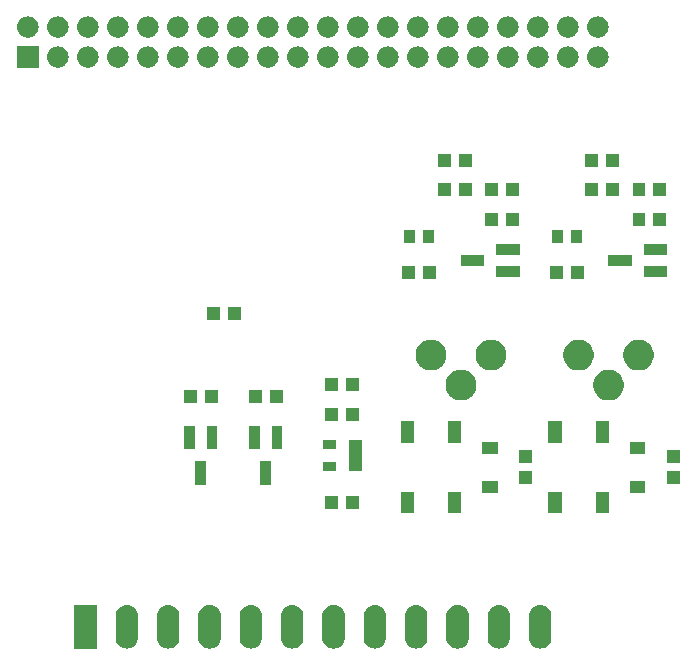
<source format=gbr>
G04 #@! TF.GenerationSoftware,KiCad,Pcbnew,(5.1.0-rc2-10-g13249b723)*
G04 #@! TF.CreationDate,2019-03-10T20:32:50+01:00*
G04 #@! TF.ProjectId,authbox-relay-driver,61757468-626f-4782-9d72-656c61792d64,rev?*
G04 #@! TF.SameCoordinates,Original*
G04 #@! TF.FileFunction,Soldermask,Top*
G04 #@! TF.FilePolarity,Negative*
%FSLAX46Y46*%
G04 Gerber Fmt 4.6, Leading zero omitted, Abs format (unit mm)*
G04 Created by KiCad (PCBNEW (5.1.0-rc2-10-g13249b723)) date 2019-03-10 20:32:50*
%MOMM*%
%LPD*%
G04 APERTURE LIST*
%ADD10C,0.100000*%
G04 APERTURE END LIST*
D10*
G36*
X130486424Y-137832760D02*
G01*
X130486427Y-137832761D01*
X130486428Y-137832761D01*
X130665692Y-137887140D01*
X130665695Y-137887142D01*
X130665696Y-137887142D01*
X130830903Y-137975446D01*
X130975712Y-138094288D01*
X131094554Y-138239097D01*
X131182858Y-138404303D01*
X131182860Y-138404307D01*
X131182860Y-138404308D01*
X131237240Y-138583575D01*
X131251000Y-138723282D01*
X131251000Y-140616718D01*
X131237240Y-140756425D01*
X131237239Y-140756428D01*
X131237239Y-140756429D01*
X131182860Y-140935693D01*
X131182858Y-140935696D01*
X131182858Y-140935697D01*
X131094554Y-141100903D01*
X130975712Y-141245712D01*
X130830903Y-141364554D01*
X130665697Y-141452858D01*
X130665693Y-141452860D01*
X130486429Y-141507239D01*
X130486428Y-141507239D01*
X130486425Y-141507240D01*
X130300000Y-141525601D01*
X130113576Y-141507240D01*
X130113573Y-141507239D01*
X130113572Y-141507239D01*
X129934308Y-141452860D01*
X129934304Y-141452858D01*
X129769098Y-141364554D01*
X129624289Y-141245712D01*
X129505447Y-141100903D01*
X129417143Y-140935697D01*
X129417143Y-140935696D01*
X129417141Y-140935693D01*
X129362762Y-140756429D01*
X129362762Y-140756428D01*
X129362761Y-140756425D01*
X129349000Y-140616717D01*
X129349000Y-138723283D01*
X129362760Y-138583576D01*
X129362761Y-138583572D01*
X129417140Y-138404308D01*
X129417143Y-138404303D01*
X129505446Y-138239097D01*
X129624288Y-138094288D01*
X129769097Y-137975446D01*
X129934303Y-137887142D01*
X129934304Y-137887142D01*
X129934307Y-137887140D01*
X130113571Y-137832761D01*
X130113572Y-137832761D01*
X130113575Y-137832760D01*
X130300000Y-137814399D01*
X130486424Y-137832760D01*
X130486424Y-137832760D01*
G37*
G36*
X133986424Y-137832760D02*
G01*
X133986427Y-137832761D01*
X133986428Y-137832761D01*
X134165692Y-137887140D01*
X134165695Y-137887142D01*
X134165696Y-137887142D01*
X134330903Y-137975446D01*
X134475712Y-138094288D01*
X134594554Y-138239097D01*
X134682858Y-138404303D01*
X134682860Y-138404307D01*
X134682860Y-138404308D01*
X134737240Y-138583575D01*
X134751000Y-138723282D01*
X134751000Y-140616718D01*
X134737240Y-140756425D01*
X134737239Y-140756428D01*
X134737239Y-140756429D01*
X134682860Y-140935693D01*
X134682858Y-140935696D01*
X134682858Y-140935697D01*
X134594554Y-141100903D01*
X134475712Y-141245712D01*
X134330903Y-141364554D01*
X134165697Y-141452858D01*
X134165693Y-141452860D01*
X133986429Y-141507239D01*
X133986428Y-141507239D01*
X133986425Y-141507240D01*
X133800000Y-141525601D01*
X133613576Y-141507240D01*
X133613573Y-141507239D01*
X133613572Y-141507239D01*
X133434308Y-141452860D01*
X133434304Y-141452858D01*
X133269098Y-141364554D01*
X133124289Y-141245712D01*
X133005447Y-141100903D01*
X132917143Y-140935697D01*
X132917143Y-140935696D01*
X132917141Y-140935693D01*
X132862762Y-140756429D01*
X132862762Y-140756428D01*
X132862761Y-140756425D01*
X132849000Y-140616717D01*
X132849000Y-138723283D01*
X132862760Y-138583576D01*
X132862761Y-138583572D01*
X132917140Y-138404308D01*
X132917143Y-138404303D01*
X133005446Y-138239097D01*
X133124288Y-138094288D01*
X133269097Y-137975446D01*
X133434303Y-137887142D01*
X133434304Y-137887142D01*
X133434307Y-137887140D01*
X133613571Y-137832761D01*
X133613572Y-137832761D01*
X133613575Y-137832760D01*
X133800000Y-137814399D01*
X133986424Y-137832760D01*
X133986424Y-137832760D01*
G37*
G36*
X137486424Y-137832760D02*
G01*
X137486427Y-137832761D01*
X137486428Y-137832761D01*
X137665692Y-137887140D01*
X137665695Y-137887142D01*
X137665696Y-137887142D01*
X137830903Y-137975446D01*
X137975712Y-138094288D01*
X138094554Y-138239097D01*
X138182858Y-138404303D01*
X138182860Y-138404307D01*
X138182860Y-138404308D01*
X138237240Y-138583575D01*
X138251000Y-138723282D01*
X138251000Y-140616718D01*
X138237240Y-140756425D01*
X138237239Y-140756428D01*
X138237239Y-140756429D01*
X138182860Y-140935693D01*
X138182858Y-140935696D01*
X138182858Y-140935697D01*
X138094554Y-141100903D01*
X137975712Y-141245712D01*
X137830903Y-141364554D01*
X137665697Y-141452858D01*
X137665693Y-141452860D01*
X137486429Y-141507239D01*
X137486428Y-141507239D01*
X137486425Y-141507240D01*
X137300000Y-141525601D01*
X137113576Y-141507240D01*
X137113573Y-141507239D01*
X137113572Y-141507239D01*
X136934308Y-141452860D01*
X136934304Y-141452858D01*
X136769098Y-141364554D01*
X136624289Y-141245712D01*
X136505447Y-141100903D01*
X136417143Y-140935697D01*
X136417143Y-140935696D01*
X136417141Y-140935693D01*
X136362762Y-140756429D01*
X136362762Y-140756428D01*
X136362761Y-140756425D01*
X136349000Y-140616717D01*
X136349000Y-138723283D01*
X136362760Y-138583576D01*
X136362761Y-138583572D01*
X136417140Y-138404308D01*
X136417143Y-138404303D01*
X136505446Y-138239097D01*
X136624288Y-138094288D01*
X136769097Y-137975446D01*
X136934303Y-137887142D01*
X136934304Y-137887142D01*
X136934307Y-137887140D01*
X137113571Y-137832761D01*
X137113572Y-137832761D01*
X137113575Y-137832760D01*
X137300000Y-137814399D01*
X137486424Y-137832760D01*
X137486424Y-137832760D01*
G37*
G36*
X140986424Y-137832760D02*
G01*
X140986427Y-137832761D01*
X140986428Y-137832761D01*
X141165692Y-137887140D01*
X141165695Y-137887142D01*
X141165696Y-137887142D01*
X141330903Y-137975446D01*
X141475712Y-138094288D01*
X141594554Y-138239097D01*
X141682858Y-138404303D01*
X141682860Y-138404307D01*
X141682860Y-138404308D01*
X141737240Y-138583575D01*
X141751000Y-138723282D01*
X141751000Y-140616718D01*
X141737240Y-140756425D01*
X141737239Y-140756428D01*
X141737239Y-140756429D01*
X141682860Y-140935693D01*
X141682858Y-140935696D01*
X141682858Y-140935697D01*
X141594554Y-141100903D01*
X141475712Y-141245712D01*
X141330903Y-141364554D01*
X141165697Y-141452858D01*
X141165693Y-141452860D01*
X140986429Y-141507239D01*
X140986428Y-141507239D01*
X140986425Y-141507240D01*
X140800000Y-141525601D01*
X140613576Y-141507240D01*
X140613573Y-141507239D01*
X140613572Y-141507239D01*
X140434308Y-141452860D01*
X140434304Y-141452858D01*
X140269098Y-141364554D01*
X140124289Y-141245712D01*
X140005447Y-141100903D01*
X139917143Y-140935697D01*
X139917143Y-140935696D01*
X139917141Y-140935693D01*
X139862762Y-140756429D01*
X139862762Y-140756428D01*
X139862761Y-140756425D01*
X139849000Y-140616717D01*
X139849000Y-138723283D01*
X139862760Y-138583576D01*
X139862761Y-138583572D01*
X139917140Y-138404308D01*
X139917143Y-138404303D01*
X140005446Y-138239097D01*
X140124288Y-138094288D01*
X140269097Y-137975446D01*
X140434303Y-137887142D01*
X140434304Y-137887142D01*
X140434307Y-137887140D01*
X140613571Y-137832761D01*
X140613572Y-137832761D01*
X140613575Y-137832760D01*
X140800000Y-137814399D01*
X140986424Y-137832760D01*
X140986424Y-137832760D01*
G37*
G36*
X144486424Y-137832760D02*
G01*
X144486427Y-137832761D01*
X144486428Y-137832761D01*
X144665692Y-137887140D01*
X144665695Y-137887142D01*
X144665696Y-137887142D01*
X144830903Y-137975446D01*
X144975712Y-138094288D01*
X145094554Y-138239097D01*
X145182858Y-138404303D01*
X145182860Y-138404307D01*
X145182860Y-138404308D01*
X145237240Y-138583575D01*
X145251000Y-138723282D01*
X145251000Y-140616718D01*
X145237240Y-140756425D01*
X145237239Y-140756428D01*
X145237239Y-140756429D01*
X145182860Y-140935693D01*
X145182858Y-140935696D01*
X145182858Y-140935697D01*
X145094554Y-141100903D01*
X144975712Y-141245712D01*
X144830903Y-141364554D01*
X144665697Y-141452858D01*
X144665693Y-141452860D01*
X144486429Y-141507239D01*
X144486428Y-141507239D01*
X144486425Y-141507240D01*
X144300000Y-141525601D01*
X144113576Y-141507240D01*
X144113573Y-141507239D01*
X144113572Y-141507239D01*
X143934308Y-141452860D01*
X143934304Y-141452858D01*
X143769098Y-141364554D01*
X143624289Y-141245712D01*
X143505447Y-141100903D01*
X143417143Y-140935697D01*
X143417143Y-140935696D01*
X143417141Y-140935693D01*
X143362762Y-140756429D01*
X143362762Y-140756428D01*
X143362761Y-140756425D01*
X143349000Y-140616717D01*
X143349000Y-138723283D01*
X143362760Y-138583576D01*
X143362761Y-138583572D01*
X143417140Y-138404308D01*
X143417143Y-138404303D01*
X143505446Y-138239097D01*
X143624288Y-138094288D01*
X143769097Y-137975446D01*
X143934303Y-137887142D01*
X143934304Y-137887142D01*
X143934307Y-137887140D01*
X144113571Y-137832761D01*
X144113572Y-137832761D01*
X144113575Y-137832760D01*
X144300000Y-137814399D01*
X144486424Y-137832760D01*
X144486424Y-137832760D01*
G37*
G36*
X147986424Y-137832760D02*
G01*
X147986427Y-137832761D01*
X147986428Y-137832761D01*
X148165692Y-137887140D01*
X148165695Y-137887142D01*
X148165696Y-137887142D01*
X148330903Y-137975446D01*
X148475712Y-138094288D01*
X148594554Y-138239097D01*
X148682858Y-138404303D01*
X148682860Y-138404307D01*
X148682860Y-138404308D01*
X148737240Y-138583575D01*
X148751000Y-138723282D01*
X148751000Y-140616718D01*
X148737240Y-140756425D01*
X148737239Y-140756428D01*
X148737239Y-140756429D01*
X148682860Y-140935693D01*
X148682858Y-140935696D01*
X148682858Y-140935697D01*
X148594554Y-141100903D01*
X148475712Y-141245712D01*
X148330903Y-141364554D01*
X148165697Y-141452858D01*
X148165693Y-141452860D01*
X147986429Y-141507239D01*
X147986428Y-141507239D01*
X147986425Y-141507240D01*
X147800000Y-141525601D01*
X147613576Y-141507240D01*
X147613573Y-141507239D01*
X147613572Y-141507239D01*
X147434308Y-141452860D01*
X147434304Y-141452858D01*
X147269098Y-141364554D01*
X147124289Y-141245712D01*
X147005447Y-141100903D01*
X146917143Y-140935697D01*
X146917143Y-140935696D01*
X146917141Y-140935693D01*
X146862762Y-140756429D01*
X146862762Y-140756428D01*
X146862761Y-140756425D01*
X146849000Y-140616717D01*
X146849000Y-138723283D01*
X146862760Y-138583576D01*
X146862761Y-138583572D01*
X146917140Y-138404308D01*
X146917143Y-138404303D01*
X147005446Y-138239097D01*
X147124288Y-138094288D01*
X147269097Y-137975446D01*
X147434303Y-137887142D01*
X147434304Y-137887142D01*
X147434307Y-137887140D01*
X147613571Y-137832761D01*
X147613572Y-137832761D01*
X147613575Y-137832760D01*
X147800000Y-137814399D01*
X147986424Y-137832760D01*
X147986424Y-137832760D01*
G37*
G36*
X154986424Y-137832760D02*
G01*
X154986427Y-137832761D01*
X154986428Y-137832761D01*
X155165692Y-137887140D01*
X155165695Y-137887142D01*
X155165696Y-137887142D01*
X155330903Y-137975446D01*
X155475712Y-138094288D01*
X155594554Y-138239097D01*
X155682858Y-138404303D01*
X155682860Y-138404307D01*
X155682860Y-138404308D01*
X155737240Y-138583575D01*
X155751000Y-138723282D01*
X155751000Y-140616718D01*
X155737240Y-140756425D01*
X155737239Y-140756428D01*
X155737239Y-140756429D01*
X155682860Y-140935693D01*
X155682858Y-140935696D01*
X155682858Y-140935697D01*
X155594554Y-141100903D01*
X155475712Y-141245712D01*
X155330903Y-141364554D01*
X155165697Y-141452858D01*
X155165693Y-141452860D01*
X154986429Y-141507239D01*
X154986428Y-141507239D01*
X154986425Y-141507240D01*
X154800000Y-141525601D01*
X154613576Y-141507240D01*
X154613573Y-141507239D01*
X154613572Y-141507239D01*
X154434308Y-141452860D01*
X154434304Y-141452858D01*
X154269098Y-141364554D01*
X154124289Y-141245712D01*
X154005447Y-141100903D01*
X153917143Y-140935697D01*
X153917143Y-140935696D01*
X153917141Y-140935693D01*
X153862762Y-140756429D01*
X153862762Y-140756428D01*
X153862761Y-140756425D01*
X153849000Y-140616717D01*
X153849000Y-138723283D01*
X153862760Y-138583576D01*
X153862761Y-138583572D01*
X153917140Y-138404308D01*
X153917143Y-138404303D01*
X154005446Y-138239097D01*
X154124288Y-138094288D01*
X154269097Y-137975446D01*
X154434303Y-137887142D01*
X154434304Y-137887142D01*
X154434307Y-137887140D01*
X154613571Y-137832761D01*
X154613572Y-137832761D01*
X154613575Y-137832760D01*
X154800000Y-137814399D01*
X154986424Y-137832760D01*
X154986424Y-137832760D01*
G37*
G36*
X151486424Y-137832760D02*
G01*
X151486427Y-137832761D01*
X151486428Y-137832761D01*
X151665692Y-137887140D01*
X151665695Y-137887142D01*
X151665696Y-137887142D01*
X151830903Y-137975446D01*
X151975712Y-138094288D01*
X152094554Y-138239097D01*
X152182858Y-138404303D01*
X152182860Y-138404307D01*
X152182860Y-138404308D01*
X152237240Y-138583575D01*
X152251000Y-138723282D01*
X152251000Y-140616718D01*
X152237240Y-140756425D01*
X152237239Y-140756428D01*
X152237239Y-140756429D01*
X152182860Y-140935693D01*
X152182858Y-140935696D01*
X152182858Y-140935697D01*
X152094554Y-141100903D01*
X151975712Y-141245712D01*
X151830903Y-141364554D01*
X151665697Y-141452858D01*
X151665693Y-141452860D01*
X151486429Y-141507239D01*
X151486428Y-141507239D01*
X151486425Y-141507240D01*
X151300000Y-141525601D01*
X151113576Y-141507240D01*
X151113573Y-141507239D01*
X151113572Y-141507239D01*
X150934308Y-141452860D01*
X150934304Y-141452858D01*
X150769098Y-141364554D01*
X150624289Y-141245712D01*
X150505447Y-141100903D01*
X150417143Y-140935697D01*
X150417143Y-140935696D01*
X150417141Y-140935693D01*
X150362762Y-140756429D01*
X150362762Y-140756428D01*
X150362761Y-140756425D01*
X150349000Y-140616717D01*
X150349000Y-138723283D01*
X150362760Y-138583576D01*
X150362761Y-138583572D01*
X150417140Y-138404308D01*
X150417143Y-138404303D01*
X150505446Y-138239097D01*
X150624288Y-138094288D01*
X150769097Y-137975446D01*
X150934303Y-137887142D01*
X150934304Y-137887142D01*
X150934307Y-137887140D01*
X151113571Y-137832761D01*
X151113572Y-137832761D01*
X151113575Y-137832760D01*
X151300000Y-137814399D01*
X151486424Y-137832760D01*
X151486424Y-137832760D01*
G37*
G36*
X165486424Y-137832760D02*
G01*
X165486427Y-137832761D01*
X165486428Y-137832761D01*
X165665692Y-137887140D01*
X165665695Y-137887142D01*
X165665696Y-137887142D01*
X165830903Y-137975446D01*
X165975712Y-138094288D01*
X166094554Y-138239097D01*
X166182858Y-138404303D01*
X166182860Y-138404307D01*
X166182860Y-138404308D01*
X166237240Y-138583575D01*
X166251000Y-138723282D01*
X166251000Y-140616718D01*
X166237240Y-140756425D01*
X166237239Y-140756428D01*
X166237239Y-140756429D01*
X166182860Y-140935693D01*
X166182858Y-140935696D01*
X166182858Y-140935697D01*
X166094554Y-141100903D01*
X165975712Y-141245712D01*
X165830903Y-141364554D01*
X165665697Y-141452858D01*
X165665693Y-141452860D01*
X165486429Y-141507239D01*
X165486428Y-141507239D01*
X165486425Y-141507240D01*
X165300000Y-141525601D01*
X165113576Y-141507240D01*
X165113573Y-141507239D01*
X165113572Y-141507239D01*
X164934308Y-141452860D01*
X164934304Y-141452858D01*
X164769098Y-141364554D01*
X164624289Y-141245712D01*
X164505447Y-141100903D01*
X164417143Y-140935697D01*
X164417143Y-140935696D01*
X164417141Y-140935693D01*
X164362762Y-140756429D01*
X164362762Y-140756428D01*
X164362761Y-140756425D01*
X164349000Y-140616717D01*
X164349000Y-138723283D01*
X164362760Y-138583576D01*
X164362761Y-138583572D01*
X164417140Y-138404308D01*
X164417143Y-138404303D01*
X164505446Y-138239097D01*
X164624288Y-138094288D01*
X164769097Y-137975446D01*
X164934303Y-137887142D01*
X164934304Y-137887142D01*
X164934307Y-137887140D01*
X165113571Y-137832761D01*
X165113572Y-137832761D01*
X165113575Y-137832760D01*
X165300000Y-137814399D01*
X165486424Y-137832760D01*
X165486424Y-137832760D01*
G37*
G36*
X158486424Y-137832760D02*
G01*
X158486427Y-137832761D01*
X158486428Y-137832761D01*
X158665692Y-137887140D01*
X158665695Y-137887142D01*
X158665696Y-137887142D01*
X158830903Y-137975446D01*
X158975712Y-138094288D01*
X159094554Y-138239097D01*
X159182858Y-138404303D01*
X159182860Y-138404307D01*
X159182860Y-138404308D01*
X159237240Y-138583575D01*
X159251000Y-138723282D01*
X159251000Y-140616718D01*
X159237240Y-140756425D01*
X159237239Y-140756428D01*
X159237239Y-140756429D01*
X159182860Y-140935693D01*
X159182858Y-140935696D01*
X159182858Y-140935697D01*
X159094554Y-141100903D01*
X158975712Y-141245712D01*
X158830903Y-141364554D01*
X158665697Y-141452858D01*
X158665693Y-141452860D01*
X158486429Y-141507239D01*
X158486428Y-141507239D01*
X158486425Y-141507240D01*
X158300000Y-141525601D01*
X158113576Y-141507240D01*
X158113573Y-141507239D01*
X158113572Y-141507239D01*
X157934308Y-141452860D01*
X157934304Y-141452858D01*
X157769098Y-141364554D01*
X157624289Y-141245712D01*
X157505447Y-141100903D01*
X157417143Y-140935697D01*
X157417143Y-140935696D01*
X157417141Y-140935693D01*
X157362762Y-140756429D01*
X157362762Y-140756428D01*
X157362761Y-140756425D01*
X157349000Y-140616717D01*
X157349000Y-138723283D01*
X157362760Y-138583576D01*
X157362761Y-138583572D01*
X157417140Y-138404308D01*
X157417143Y-138404303D01*
X157505446Y-138239097D01*
X157624288Y-138094288D01*
X157769097Y-137975446D01*
X157934303Y-137887142D01*
X157934304Y-137887142D01*
X157934307Y-137887140D01*
X158113571Y-137832761D01*
X158113572Y-137832761D01*
X158113575Y-137832760D01*
X158300000Y-137814399D01*
X158486424Y-137832760D01*
X158486424Y-137832760D01*
G37*
G36*
X161986424Y-137832760D02*
G01*
X161986427Y-137832761D01*
X161986428Y-137832761D01*
X162165692Y-137887140D01*
X162165695Y-137887142D01*
X162165696Y-137887142D01*
X162330903Y-137975446D01*
X162475712Y-138094288D01*
X162594554Y-138239097D01*
X162682858Y-138404303D01*
X162682860Y-138404307D01*
X162682860Y-138404308D01*
X162737240Y-138583575D01*
X162751000Y-138723282D01*
X162751000Y-140616718D01*
X162737240Y-140756425D01*
X162737239Y-140756428D01*
X162737239Y-140756429D01*
X162682860Y-140935693D01*
X162682858Y-140935696D01*
X162682858Y-140935697D01*
X162594554Y-141100903D01*
X162475712Y-141245712D01*
X162330903Y-141364554D01*
X162165697Y-141452858D01*
X162165693Y-141452860D01*
X161986429Y-141507239D01*
X161986428Y-141507239D01*
X161986425Y-141507240D01*
X161800000Y-141525601D01*
X161613576Y-141507240D01*
X161613573Y-141507239D01*
X161613572Y-141507239D01*
X161434308Y-141452860D01*
X161434304Y-141452858D01*
X161269098Y-141364554D01*
X161124289Y-141245712D01*
X161005447Y-141100903D01*
X160917143Y-140935697D01*
X160917143Y-140935696D01*
X160917141Y-140935693D01*
X160862762Y-140756429D01*
X160862762Y-140756428D01*
X160862761Y-140756425D01*
X160849000Y-140616717D01*
X160849000Y-138723283D01*
X160862760Y-138583576D01*
X160862761Y-138583572D01*
X160917140Y-138404308D01*
X160917143Y-138404303D01*
X161005446Y-138239097D01*
X161124288Y-138094288D01*
X161269097Y-137975446D01*
X161434303Y-137887142D01*
X161434304Y-137887142D01*
X161434307Y-137887140D01*
X161613571Y-137832761D01*
X161613572Y-137832761D01*
X161613575Y-137832760D01*
X161800000Y-137814399D01*
X161986424Y-137832760D01*
X161986424Y-137832760D01*
G37*
G36*
X127751000Y-141521000D02*
G01*
X125849000Y-141521000D01*
X125849000Y-137819000D01*
X127751000Y-137819000D01*
X127751000Y-141521000D01*
X127751000Y-141521000D01*
G37*
G36*
X154601000Y-130046000D02*
G01*
X153499000Y-130046000D01*
X153499000Y-128244000D01*
X154601000Y-128244000D01*
X154601000Y-130046000D01*
X154601000Y-130046000D01*
G37*
G36*
X158601000Y-130046000D02*
G01*
X157499000Y-130046000D01*
X157499000Y-128244000D01*
X158601000Y-128244000D01*
X158601000Y-130046000D01*
X158601000Y-130046000D01*
G37*
G36*
X171101000Y-130046000D02*
G01*
X169999000Y-130046000D01*
X169999000Y-128244000D01*
X171101000Y-128244000D01*
X171101000Y-130046000D01*
X171101000Y-130046000D01*
G37*
G36*
X167101000Y-130046000D02*
G01*
X165999000Y-130046000D01*
X165999000Y-128244000D01*
X167101000Y-128244000D01*
X167101000Y-130046000D01*
X167101000Y-130046000D01*
G37*
G36*
X149986000Y-129721000D02*
G01*
X148889000Y-129721000D01*
X148889000Y-128619000D01*
X149986000Y-128619000D01*
X149986000Y-129721000D01*
X149986000Y-129721000D01*
G37*
G36*
X148211000Y-129721000D02*
G01*
X147114000Y-129721000D01*
X147114000Y-128619000D01*
X148211000Y-128619000D01*
X148211000Y-129721000D01*
X148211000Y-129721000D01*
G37*
G36*
X174201000Y-128321000D02*
G01*
X172899000Y-128321000D01*
X172899000Y-127319000D01*
X174201000Y-127319000D01*
X174201000Y-128321000D01*
X174201000Y-128321000D01*
G37*
G36*
X161701000Y-128321000D02*
G01*
X160399000Y-128321000D01*
X160399000Y-127319000D01*
X161701000Y-127319000D01*
X161701000Y-128321000D01*
X161701000Y-128321000D01*
G37*
G36*
X142501000Y-127671000D02*
G01*
X141599000Y-127671000D01*
X141599000Y-125669000D01*
X142501000Y-125669000D01*
X142501000Y-127671000D01*
X142501000Y-127671000D01*
G37*
G36*
X137001000Y-127671000D02*
G01*
X136099000Y-127671000D01*
X136099000Y-125669000D01*
X137001000Y-125669000D01*
X137001000Y-127671000D01*
X137001000Y-127671000D01*
G37*
G36*
X164601000Y-127606000D02*
G01*
X163499000Y-127606000D01*
X163499000Y-126509000D01*
X164601000Y-126509000D01*
X164601000Y-127606000D01*
X164601000Y-127606000D01*
G37*
G36*
X177101000Y-127606000D02*
G01*
X175999000Y-127606000D01*
X175999000Y-126509000D01*
X177101000Y-126509000D01*
X177101000Y-127606000D01*
X177101000Y-127606000D01*
G37*
G36*
X148031000Y-126496000D02*
G01*
X146869000Y-126496000D01*
X146869000Y-125744000D01*
X148031000Y-125744000D01*
X148031000Y-126496000D01*
X148031000Y-126496000D01*
G37*
G36*
X150231000Y-126496000D02*
G01*
X149069000Y-126496000D01*
X149069000Y-123844000D01*
X150231000Y-123844000D01*
X150231000Y-126496000D01*
X150231000Y-126496000D01*
G37*
G36*
X177101000Y-125831000D02*
G01*
X175999000Y-125831000D01*
X175999000Y-124734000D01*
X177101000Y-124734000D01*
X177101000Y-125831000D01*
X177101000Y-125831000D01*
G37*
G36*
X164601000Y-125831000D02*
G01*
X163499000Y-125831000D01*
X163499000Y-124734000D01*
X164601000Y-124734000D01*
X164601000Y-125831000D01*
X164601000Y-125831000D01*
G37*
G36*
X174201000Y-125021000D02*
G01*
X172899000Y-125021000D01*
X172899000Y-124019000D01*
X174201000Y-124019000D01*
X174201000Y-125021000D01*
X174201000Y-125021000D01*
G37*
G36*
X161701000Y-125021000D02*
G01*
X160399000Y-125021000D01*
X160399000Y-124019000D01*
X161701000Y-124019000D01*
X161701000Y-125021000D01*
X161701000Y-125021000D01*
G37*
G36*
X143451000Y-124671000D02*
G01*
X142549000Y-124671000D01*
X142549000Y-122669000D01*
X143451000Y-122669000D01*
X143451000Y-124671000D01*
X143451000Y-124671000D01*
G37*
G36*
X141551000Y-124671000D02*
G01*
X140649000Y-124671000D01*
X140649000Y-122669000D01*
X141551000Y-122669000D01*
X141551000Y-124671000D01*
X141551000Y-124671000D01*
G37*
G36*
X137951000Y-124671000D02*
G01*
X137049000Y-124671000D01*
X137049000Y-122669000D01*
X137951000Y-122669000D01*
X137951000Y-124671000D01*
X137951000Y-124671000D01*
G37*
G36*
X136051000Y-124671000D02*
G01*
X135149000Y-124671000D01*
X135149000Y-122669000D01*
X136051000Y-122669000D01*
X136051000Y-124671000D01*
X136051000Y-124671000D01*
G37*
G36*
X148031000Y-124596000D02*
G01*
X146869000Y-124596000D01*
X146869000Y-123844000D01*
X148031000Y-123844000D01*
X148031000Y-124596000D01*
X148031000Y-124596000D01*
G37*
G36*
X158601000Y-124096000D02*
G01*
X157499000Y-124096000D01*
X157499000Y-122294000D01*
X158601000Y-122294000D01*
X158601000Y-124096000D01*
X158601000Y-124096000D01*
G37*
G36*
X154601000Y-124096000D02*
G01*
X153499000Y-124096000D01*
X153499000Y-122294000D01*
X154601000Y-122294000D01*
X154601000Y-124096000D01*
X154601000Y-124096000D01*
G37*
G36*
X167101000Y-124096000D02*
G01*
X165999000Y-124096000D01*
X165999000Y-122294000D01*
X167101000Y-122294000D01*
X167101000Y-124096000D01*
X167101000Y-124096000D01*
G37*
G36*
X171101000Y-124096000D02*
G01*
X169999000Y-124096000D01*
X169999000Y-122294000D01*
X171101000Y-122294000D01*
X171101000Y-124096000D01*
X171101000Y-124096000D01*
G37*
G36*
X149986000Y-122221000D02*
G01*
X148889000Y-122221000D01*
X148889000Y-121119000D01*
X149986000Y-121119000D01*
X149986000Y-122221000D01*
X149986000Y-122221000D01*
G37*
G36*
X148211000Y-122221000D02*
G01*
X147114000Y-122221000D01*
X147114000Y-121119000D01*
X148211000Y-121119000D01*
X148211000Y-122221000D01*
X148211000Y-122221000D01*
G37*
G36*
X136211000Y-120721000D02*
G01*
X135114000Y-120721000D01*
X135114000Y-119619000D01*
X136211000Y-119619000D01*
X136211000Y-120721000D01*
X136211000Y-120721000D01*
G37*
G36*
X143486000Y-120721000D02*
G01*
X142389000Y-120721000D01*
X142389000Y-119619000D01*
X143486000Y-119619000D01*
X143486000Y-120721000D01*
X143486000Y-120721000D01*
G37*
G36*
X141711000Y-120721000D02*
G01*
X140614000Y-120721000D01*
X140614000Y-119619000D01*
X141711000Y-119619000D01*
X141711000Y-120721000D01*
X141711000Y-120721000D01*
G37*
G36*
X137986000Y-120721000D02*
G01*
X136889000Y-120721000D01*
X136889000Y-119619000D01*
X137986000Y-119619000D01*
X137986000Y-120721000D01*
X137986000Y-120721000D01*
G37*
G36*
X158969487Y-117958996D02*
G01*
X159206253Y-118057068D01*
X159206255Y-118057069D01*
X159419339Y-118199447D01*
X159600553Y-118380661D01*
X159742932Y-118593747D01*
X159841004Y-118830513D01*
X159891000Y-119081861D01*
X159891000Y-119338139D01*
X159841004Y-119589487D01*
X159828779Y-119619000D01*
X159742931Y-119826255D01*
X159600553Y-120039339D01*
X159419339Y-120220553D01*
X159206255Y-120362931D01*
X159206254Y-120362932D01*
X159206253Y-120362932D01*
X158969487Y-120461004D01*
X158718139Y-120511000D01*
X158461861Y-120511000D01*
X158210513Y-120461004D01*
X157973747Y-120362932D01*
X157973746Y-120362932D01*
X157973745Y-120362931D01*
X157760661Y-120220553D01*
X157579447Y-120039339D01*
X157437069Y-119826255D01*
X157351221Y-119619000D01*
X157338996Y-119589487D01*
X157289000Y-119338139D01*
X157289000Y-119081861D01*
X157338996Y-118830513D01*
X157437068Y-118593747D01*
X157579447Y-118380661D01*
X157760661Y-118199447D01*
X157973745Y-118057069D01*
X157973747Y-118057068D01*
X158210513Y-117958996D01*
X158461861Y-117909000D01*
X158718139Y-117909000D01*
X158969487Y-117958996D01*
X158969487Y-117958996D01*
G37*
G36*
X171469487Y-117958996D02*
G01*
X171706253Y-118057068D01*
X171706255Y-118057069D01*
X171919339Y-118199447D01*
X172100553Y-118380661D01*
X172242932Y-118593747D01*
X172341004Y-118830513D01*
X172391000Y-119081861D01*
X172391000Y-119338139D01*
X172341004Y-119589487D01*
X172328779Y-119619000D01*
X172242931Y-119826255D01*
X172100553Y-120039339D01*
X171919339Y-120220553D01*
X171706255Y-120362931D01*
X171706254Y-120362932D01*
X171706253Y-120362932D01*
X171469487Y-120461004D01*
X171218139Y-120511000D01*
X170961861Y-120511000D01*
X170710513Y-120461004D01*
X170473747Y-120362932D01*
X170473746Y-120362932D01*
X170473745Y-120362931D01*
X170260661Y-120220553D01*
X170079447Y-120039339D01*
X169937069Y-119826255D01*
X169851221Y-119619000D01*
X169838996Y-119589487D01*
X169789000Y-119338139D01*
X169789000Y-119081861D01*
X169838996Y-118830513D01*
X169937068Y-118593747D01*
X170079447Y-118380661D01*
X170260661Y-118199447D01*
X170473745Y-118057069D01*
X170473747Y-118057068D01*
X170710513Y-117958996D01*
X170961861Y-117909000D01*
X171218139Y-117909000D01*
X171469487Y-117958996D01*
X171469487Y-117958996D01*
G37*
G36*
X149986000Y-119721000D02*
G01*
X148889000Y-119721000D01*
X148889000Y-118619000D01*
X149986000Y-118619000D01*
X149986000Y-119721000D01*
X149986000Y-119721000D01*
G37*
G36*
X148211000Y-119721000D02*
G01*
X147114000Y-119721000D01*
X147114000Y-118619000D01*
X148211000Y-118619000D01*
X148211000Y-119721000D01*
X148211000Y-119721000D01*
G37*
G36*
X168929487Y-115418996D02*
G01*
X169166253Y-115517068D01*
X169166255Y-115517069D01*
X169379339Y-115659447D01*
X169560553Y-115840661D01*
X169702932Y-116053747D01*
X169801004Y-116290513D01*
X169851000Y-116541861D01*
X169851000Y-116798139D01*
X169801004Y-117049487D01*
X169702932Y-117286253D01*
X169702931Y-117286255D01*
X169560553Y-117499339D01*
X169379339Y-117680553D01*
X169166255Y-117822931D01*
X169166254Y-117822932D01*
X169166253Y-117822932D01*
X168929487Y-117921004D01*
X168678139Y-117971000D01*
X168421861Y-117971000D01*
X168170513Y-117921004D01*
X167933747Y-117822932D01*
X167933746Y-117822932D01*
X167933745Y-117822931D01*
X167720661Y-117680553D01*
X167539447Y-117499339D01*
X167397069Y-117286255D01*
X167397068Y-117286253D01*
X167298996Y-117049487D01*
X167249000Y-116798139D01*
X167249000Y-116541861D01*
X167298996Y-116290513D01*
X167397068Y-116053747D01*
X167539447Y-115840661D01*
X167720661Y-115659447D01*
X167933745Y-115517069D01*
X167933747Y-115517068D01*
X168170513Y-115418996D01*
X168421861Y-115369000D01*
X168678139Y-115369000D01*
X168929487Y-115418996D01*
X168929487Y-115418996D01*
G37*
G36*
X174009487Y-115418996D02*
G01*
X174246253Y-115517068D01*
X174246255Y-115517069D01*
X174459339Y-115659447D01*
X174640553Y-115840661D01*
X174782932Y-116053747D01*
X174881004Y-116290513D01*
X174931000Y-116541861D01*
X174931000Y-116798139D01*
X174881004Y-117049487D01*
X174782932Y-117286253D01*
X174782931Y-117286255D01*
X174640553Y-117499339D01*
X174459339Y-117680553D01*
X174246255Y-117822931D01*
X174246254Y-117822932D01*
X174246253Y-117822932D01*
X174009487Y-117921004D01*
X173758139Y-117971000D01*
X173501861Y-117971000D01*
X173250513Y-117921004D01*
X173013747Y-117822932D01*
X173013746Y-117822932D01*
X173013745Y-117822931D01*
X172800661Y-117680553D01*
X172619447Y-117499339D01*
X172477069Y-117286255D01*
X172477068Y-117286253D01*
X172378996Y-117049487D01*
X172329000Y-116798139D01*
X172329000Y-116541861D01*
X172378996Y-116290513D01*
X172477068Y-116053747D01*
X172619447Y-115840661D01*
X172800661Y-115659447D01*
X173013745Y-115517069D01*
X173013747Y-115517068D01*
X173250513Y-115418996D01*
X173501861Y-115369000D01*
X173758139Y-115369000D01*
X174009487Y-115418996D01*
X174009487Y-115418996D01*
G37*
G36*
X161509487Y-115418996D02*
G01*
X161746253Y-115517068D01*
X161746255Y-115517069D01*
X161959339Y-115659447D01*
X162140553Y-115840661D01*
X162282932Y-116053747D01*
X162381004Y-116290513D01*
X162431000Y-116541861D01*
X162431000Y-116798139D01*
X162381004Y-117049487D01*
X162282932Y-117286253D01*
X162282931Y-117286255D01*
X162140553Y-117499339D01*
X161959339Y-117680553D01*
X161746255Y-117822931D01*
X161746254Y-117822932D01*
X161746253Y-117822932D01*
X161509487Y-117921004D01*
X161258139Y-117971000D01*
X161001861Y-117971000D01*
X160750513Y-117921004D01*
X160513747Y-117822932D01*
X160513746Y-117822932D01*
X160513745Y-117822931D01*
X160300661Y-117680553D01*
X160119447Y-117499339D01*
X159977069Y-117286255D01*
X159977068Y-117286253D01*
X159878996Y-117049487D01*
X159829000Y-116798139D01*
X159829000Y-116541861D01*
X159878996Y-116290513D01*
X159977068Y-116053747D01*
X160119447Y-115840661D01*
X160300661Y-115659447D01*
X160513745Y-115517069D01*
X160513747Y-115517068D01*
X160750513Y-115418996D01*
X161001861Y-115369000D01*
X161258139Y-115369000D01*
X161509487Y-115418996D01*
X161509487Y-115418996D01*
G37*
G36*
X156429487Y-115418996D02*
G01*
X156666253Y-115517068D01*
X156666255Y-115517069D01*
X156879339Y-115659447D01*
X157060553Y-115840661D01*
X157202932Y-116053747D01*
X157301004Y-116290513D01*
X157351000Y-116541861D01*
X157351000Y-116798139D01*
X157301004Y-117049487D01*
X157202932Y-117286253D01*
X157202931Y-117286255D01*
X157060553Y-117499339D01*
X156879339Y-117680553D01*
X156666255Y-117822931D01*
X156666254Y-117822932D01*
X156666253Y-117822932D01*
X156429487Y-117921004D01*
X156178139Y-117971000D01*
X155921861Y-117971000D01*
X155670513Y-117921004D01*
X155433747Y-117822932D01*
X155433746Y-117822932D01*
X155433745Y-117822931D01*
X155220661Y-117680553D01*
X155039447Y-117499339D01*
X154897069Y-117286255D01*
X154897068Y-117286253D01*
X154798996Y-117049487D01*
X154749000Y-116798139D01*
X154749000Y-116541861D01*
X154798996Y-116290513D01*
X154897068Y-116053747D01*
X155039447Y-115840661D01*
X155220661Y-115659447D01*
X155433745Y-115517069D01*
X155433747Y-115517068D01*
X155670513Y-115418996D01*
X155921861Y-115369000D01*
X156178139Y-115369000D01*
X156429487Y-115418996D01*
X156429487Y-115418996D01*
G37*
G36*
X138211000Y-113721000D02*
G01*
X137114000Y-113721000D01*
X137114000Y-112619000D01*
X138211000Y-112619000D01*
X138211000Y-113721000D01*
X138211000Y-113721000D01*
G37*
G36*
X139986000Y-113721000D02*
G01*
X138889000Y-113721000D01*
X138889000Y-112619000D01*
X139986000Y-112619000D01*
X139986000Y-113721000D01*
X139986000Y-113721000D01*
G37*
G36*
X167211000Y-110221000D02*
G01*
X166114000Y-110221000D01*
X166114000Y-109119000D01*
X167211000Y-109119000D01*
X167211000Y-110221000D01*
X167211000Y-110221000D01*
G37*
G36*
X156486000Y-110221000D02*
G01*
X155389000Y-110221000D01*
X155389000Y-109119000D01*
X156486000Y-109119000D01*
X156486000Y-110221000D01*
X156486000Y-110221000D01*
G37*
G36*
X154711000Y-110221000D02*
G01*
X153614000Y-110221000D01*
X153614000Y-109119000D01*
X154711000Y-109119000D01*
X154711000Y-110221000D01*
X154711000Y-110221000D01*
G37*
G36*
X168986000Y-110221000D02*
G01*
X167889000Y-110221000D01*
X167889000Y-109119000D01*
X168986000Y-109119000D01*
X168986000Y-110221000D01*
X168986000Y-110221000D01*
G37*
G36*
X176051000Y-110071000D02*
G01*
X174049000Y-110071000D01*
X174049000Y-109169000D01*
X176051000Y-109169000D01*
X176051000Y-110071000D01*
X176051000Y-110071000D01*
G37*
G36*
X163551000Y-110071000D02*
G01*
X161549000Y-110071000D01*
X161549000Y-109169000D01*
X163551000Y-109169000D01*
X163551000Y-110071000D01*
X163551000Y-110071000D01*
G37*
G36*
X160551000Y-109121000D02*
G01*
X158549000Y-109121000D01*
X158549000Y-108219000D01*
X160551000Y-108219000D01*
X160551000Y-109121000D01*
X160551000Y-109121000D01*
G37*
G36*
X173051000Y-109121000D02*
G01*
X171049000Y-109121000D01*
X171049000Y-108219000D01*
X173051000Y-108219000D01*
X173051000Y-109121000D01*
X173051000Y-109121000D01*
G37*
G36*
X176051000Y-108171000D02*
G01*
X174049000Y-108171000D01*
X174049000Y-107269000D01*
X176051000Y-107269000D01*
X176051000Y-108171000D01*
X176051000Y-108171000D01*
G37*
G36*
X163551000Y-108171000D02*
G01*
X161549000Y-108171000D01*
X161549000Y-107269000D01*
X163551000Y-107269000D01*
X163551000Y-108171000D01*
X163551000Y-108171000D01*
G37*
G36*
X168811000Y-107221000D02*
G01*
X167889000Y-107221000D01*
X167889000Y-106119000D01*
X168811000Y-106119000D01*
X168811000Y-107221000D01*
X168811000Y-107221000D01*
G37*
G36*
X167211000Y-107221000D02*
G01*
X166289000Y-107221000D01*
X166289000Y-106119000D01*
X167211000Y-106119000D01*
X167211000Y-107221000D01*
X167211000Y-107221000D01*
G37*
G36*
X156311000Y-107221000D02*
G01*
X155389000Y-107221000D01*
X155389000Y-106119000D01*
X156311000Y-106119000D01*
X156311000Y-107221000D01*
X156311000Y-107221000D01*
G37*
G36*
X154711000Y-107221000D02*
G01*
X153789000Y-107221000D01*
X153789000Y-106119000D01*
X154711000Y-106119000D01*
X154711000Y-107221000D01*
X154711000Y-107221000D01*
G37*
G36*
X161711000Y-105721000D02*
G01*
X160614000Y-105721000D01*
X160614000Y-104619000D01*
X161711000Y-104619000D01*
X161711000Y-105721000D01*
X161711000Y-105721000D01*
G37*
G36*
X163486000Y-105721000D02*
G01*
X162389000Y-105721000D01*
X162389000Y-104619000D01*
X163486000Y-104619000D01*
X163486000Y-105721000D01*
X163486000Y-105721000D01*
G37*
G36*
X174211000Y-105721000D02*
G01*
X173114000Y-105721000D01*
X173114000Y-104619000D01*
X174211000Y-104619000D01*
X174211000Y-105721000D01*
X174211000Y-105721000D01*
G37*
G36*
X175986000Y-105721000D02*
G01*
X174889000Y-105721000D01*
X174889000Y-104619000D01*
X175986000Y-104619000D01*
X175986000Y-105721000D01*
X175986000Y-105721000D01*
G37*
G36*
X174211000Y-103221000D02*
G01*
X173114000Y-103221000D01*
X173114000Y-102119000D01*
X174211000Y-102119000D01*
X174211000Y-103221000D01*
X174211000Y-103221000D01*
G37*
G36*
X157711000Y-103221000D02*
G01*
X156614000Y-103221000D01*
X156614000Y-102119000D01*
X157711000Y-102119000D01*
X157711000Y-103221000D01*
X157711000Y-103221000D01*
G37*
G36*
X175986000Y-103221000D02*
G01*
X174889000Y-103221000D01*
X174889000Y-102119000D01*
X175986000Y-102119000D01*
X175986000Y-103221000D01*
X175986000Y-103221000D01*
G37*
G36*
X170211000Y-103221000D02*
G01*
X169114000Y-103221000D01*
X169114000Y-102119000D01*
X170211000Y-102119000D01*
X170211000Y-103221000D01*
X170211000Y-103221000D01*
G37*
G36*
X163486000Y-103221000D02*
G01*
X162389000Y-103221000D01*
X162389000Y-102119000D01*
X163486000Y-102119000D01*
X163486000Y-103221000D01*
X163486000Y-103221000D01*
G37*
G36*
X161711000Y-103221000D02*
G01*
X160614000Y-103221000D01*
X160614000Y-102119000D01*
X161711000Y-102119000D01*
X161711000Y-103221000D01*
X161711000Y-103221000D01*
G37*
G36*
X159486000Y-103221000D02*
G01*
X158389000Y-103221000D01*
X158389000Y-102119000D01*
X159486000Y-102119000D01*
X159486000Y-103221000D01*
X159486000Y-103221000D01*
G37*
G36*
X171986000Y-103221000D02*
G01*
X170889000Y-103221000D01*
X170889000Y-102119000D01*
X171986000Y-102119000D01*
X171986000Y-103221000D01*
X171986000Y-103221000D01*
G37*
G36*
X170211000Y-100721000D02*
G01*
X169114000Y-100721000D01*
X169114000Y-99619000D01*
X170211000Y-99619000D01*
X170211000Y-100721000D01*
X170211000Y-100721000D01*
G37*
G36*
X171986000Y-100721000D02*
G01*
X170889000Y-100721000D01*
X170889000Y-99619000D01*
X171986000Y-99619000D01*
X171986000Y-100721000D01*
X171986000Y-100721000D01*
G37*
G36*
X159486000Y-100721000D02*
G01*
X158389000Y-100721000D01*
X158389000Y-99619000D01*
X159486000Y-99619000D01*
X159486000Y-100721000D01*
X159486000Y-100721000D01*
G37*
G36*
X157711000Y-100721000D02*
G01*
X156614000Y-100721000D01*
X156614000Y-99619000D01*
X157711000Y-99619000D01*
X157711000Y-100721000D01*
X157711000Y-100721000D01*
G37*
G36*
X160130443Y-90545519D02*
G01*
X160196627Y-90552037D01*
X160366466Y-90603557D01*
X160522991Y-90687222D01*
X160558729Y-90716552D01*
X160660186Y-90799814D01*
X160743448Y-90901271D01*
X160772778Y-90937009D01*
X160856443Y-91093534D01*
X160907963Y-91263373D01*
X160925359Y-91440000D01*
X160907963Y-91616627D01*
X160856443Y-91786466D01*
X160772778Y-91942991D01*
X160743448Y-91978729D01*
X160660186Y-92080186D01*
X160558729Y-92163448D01*
X160522991Y-92192778D01*
X160366466Y-92276443D01*
X160196627Y-92327963D01*
X160130443Y-92334481D01*
X160064260Y-92341000D01*
X159975740Y-92341000D01*
X159909557Y-92334481D01*
X159843373Y-92327963D01*
X159673534Y-92276443D01*
X159517009Y-92192778D01*
X159481271Y-92163448D01*
X159379814Y-92080186D01*
X159296552Y-91978729D01*
X159267222Y-91942991D01*
X159183557Y-91786466D01*
X159132037Y-91616627D01*
X159114641Y-91440000D01*
X159132037Y-91263373D01*
X159183557Y-91093534D01*
X159267222Y-90937009D01*
X159296552Y-90901271D01*
X159379814Y-90799814D01*
X159481271Y-90716552D01*
X159517009Y-90687222D01*
X159673534Y-90603557D01*
X159843373Y-90552037D01*
X159909558Y-90545518D01*
X159975740Y-90539000D01*
X160064260Y-90539000D01*
X160130443Y-90545519D01*
X160130443Y-90545519D01*
G37*
G36*
X122821000Y-92341000D02*
G01*
X121019000Y-92341000D01*
X121019000Y-90539000D01*
X122821000Y-90539000D01*
X122821000Y-92341000D01*
X122821000Y-92341000D01*
G37*
G36*
X170290443Y-90545519D02*
G01*
X170356627Y-90552037D01*
X170526466Y-90603557D01*
X170682991Y-90687222D01*
X170718729Y-90716552D01*
X170820186Y-90799814D01*
X170903448Y-90901271D01*
X170932778Y-90937009D01*
X171016443Y-91093534D01*
X171067963Y-91263373D01*
X171085359Y-91440000D01*
X171067963Y-91616627D01*
X171016443Y-91786466D01*
X170932778Y-91942991D01*
X170903448Y-91978729D01*
X170820186Y-92080186D01*
X170718729Y-92163448D01*
X170682991Y-92192778D01*
X170526466Y-92276443D01*
X170356627Y-92327963D01*
X170290443Y-92334481D01*
X170224260Y-92341000D01*
X170135740Y-92341000D01*
X170069557Y-92334481D01*
X170003373Y-92327963D01*
X169833534Y-92276443D01*
X169677009Y-92192778D01*
X169641271Y-92163448D01*
X169539814Y-92080186D01*
X169456552Y-91978729D01*
X169427222Y-91942991D01*
X169343557Y-91786466D01*
X169292037Y-91616627D01*
X169274641Y-91440000D01*
X169292037Y-91263373D01*
X169343557Y-91093534D01*
X169427222Y-90937009D01*
X169456552Y-90901271D01*
X169539814Y-90799814D01*
X169641271Y-90716552D01*
X169677009Y-90687222D01*
X169833534Y-90603557D01*
X170003373Y-90552037D01*
X170069558Y-90545518D01*
X170135740Y-90539000D01*
X170224260Y-90539000D01*
X170290443Y-90545519D01*
X170290443Y-90545519D01*
G37*
G36*
X167750443Y-90545519D02*
G01*
X167816627Y-90552037D01*
X167986466Y-90603557D01*
X168142991Y-90687222D01*
X168178729Y-90716552D01*
X168280186Y-90799814D01*
X168363448Y-90901271D01*
X168392778Y-90937009D01*
X168476443Y-91093534D01*
X168527963Y-91263373D01*
X168545359Y-91440000D01*
X168527963Y-91616627D01*
X168476443Y-91786466D01*
X168392778Y-91942991D01*
X168363448Y-91978729D01*
X168280186Y-92080186D01*
X168178729Y-92163448D01*
X168142991Y-92192778D01*
X167986466Y-92276443D01*
X167816627Y-92327963D01*
X167750443Y-92334481D01*
X167684260Y-92341000D01*
X167595740Y-92341000D01*
X167529557Y-92334481D01*
X167463373Y-92327963D01*
X167293534Y-92276443D01*
X167137009Y-92192778D01*
X167101271Y-92163448D01*
X166999814Y-92080186D01*
X166916552Y-91978729D01*
X166887222Y-91942991D01*
X166803557Y-91786466D01*
X166752037Y-91616627D01*
X166734641Y-91440000D01*
X166752037Y-91263373D01*
X166803557Y-91093534D01*
X166887222Y-90937009D01*
X166916552Y-90901271D01*
X166999814Y-90799814D01*
X167101271Y-90716552D01*
X167137009Y-90687222D01*
X167293534Y-90603557D01*
X167463373Y-90552037D01*
X167529558Y-90545518D01*
X167595740Y-90539000D01*
X167684260Y-90539000D01*
X167750443Y-90545519D01*
X167750443Y-90545519D01*
G37*
G36*
X155050443Y-90545519D02*
G01*
X155116627Y-90552037D01*
X155286466Y-90603557D01*
X155442991Y-90687222D01*
X155478729Y-90716552D01*
X155580186Y-90799814D01*
X155663448Y-90901271D01*
X155692778Y-90937009D01*
X155776443Y-91093534D01*
X155827963Y-91263373D01*
X155845359Y-91440000D01*
X155827963Y-91616627D01*
X155776443Y-91786466D01*
X155692778Y-91942991D01*
X155663448Y-91978729D01*
X155580186Y-92080186D01*
X155478729Y-92163448D01*
X155442991Y-92192778D01*
X155286466Y-92276443D01*
X155116627Y-92327963D01*
X155050443Y-92334481D01*
X154984260Y-92341000D01*
X154895740Y-92341000D01*
X154829557Y-92334481D01*
X154763373Y-92327963D01*
X154593534Y-92276443D01*
X154437009Y-92192778D01*
X154401271Y-92163448D01*
X154299814Y-92080186D01*
X154216552Y-91978729D01*
X154187222Y-91942991D01*
X154103557Y-91786466D01*
X154052037Y-91616627D01*
X154034641Y-91440000D01*
X154052037Y-91263373D01*
X154103557Y-91093534D01*
X154187222Y-90937009D01*
X154216552Y-90901271D01*
X154299814Y-90799814D01*
X154401271Y-90716552D01*
X154437009Y-90687222D01*
X154593534Y-90603557D01*
X154763373Y-90552037D01*
X154829558Y-90545518D01*
X154895740Y-90539000D01*
X154984260Y-90539000D01*
X155050443Y-90545519D01*
X155050443Y-90545519D01*
G37*
G36*
X157590443Y-90545519D02*
G01*
X157656627Y-90552037D01*
X157826466Y-90603557D01*
X157982991Y-90687222D01*
X158018729Y-90716552D01*
X158120186Y-90799814D01*
X158203448Y-90901271D01*
X158232778Y-90937009D01*
X158316443Y-91093534D01*
X158367963Y-91263373D01*
X158385359Y-91440000D01*
X158367963Y-91616627D01*
X158316443Y-91786466D01*
X158232778Y-91942991D01*
X158203448Y-91978729D01*
X158120186Y-92080186D01*
X158018729Y-92163448D01*
X157982991Y-92192778D01*
X157826466Y-92276443D01*
X157656627Y-92327963D01*
X157590443Y-92334481D01*
X157524260Y-92341000D01*
X157435740Y-92341000D01*
X157369557Y-92334481D01*
X157303373Y-92327963D01*
X157133534Y-92276443D01*
X156977009Y-92192778D01*
X156941271Y-92163448D01*
X156839814Y-92080186D01*
X156756552Y-91978729D01*
X156727222Y-91942991D01*
X156643557Y-91786466D01*
X156592037Y-91616627D01*
X156574641Y-91440000D01*
X156592037Y-91263373D01*
X156643557Y-91093534D01*
X156727222Y-90937009D01*
X156756552Y-90901271D01*
X156839814Y-90799814D01*
X156941271Y-90716552D01*
X156977009Y-90687222D01*
X157133534Y-90603557D01*
X157303373Y-90552037D01*
X157369558Y-90545518D01*
X157435740Y-90539000D01*
X157524260Y-90539000D01*
X157590443Y-90545519D01*
X157590443Y-90545519D01*
G37*
G36*
X165210443Y-90545519D02*
G01*
X165276627Y-90552037D01*
X165446466Y-90603557D01*
X165602991Y-90687222D01*
X165638729Y-90716552D01*
X165740186Y-90799814D01*
X165823448Y-90901271D01*
X165852778Y-90937009D01*
X165936443Y-91093534D01*
X165987963Y-91263373D01*
X166005359Y-91440000D01*
X165987963Y-91616627D01*
X165936443Y-91786466D01*
X165852778Y-91942991D01*
X165823448Y-91978729D01*
X165740186Y-92080186D01*
X165638729Y-92163448D01*
X165602991Y-92192778D01*
X165446466Y-92276443D01*
X165276627Y-92327963D01*
X165210443Y-92334481D01*
X165144260Y-92341000D01*
X165055740Y-92341000D01*
X164989557Y-92334481D01*
X164923373Y-92327963D01*
X164753534Y-92276443D01*
X164597009Y-92192778D01*
X164561271Y-92163448D01*
X164459814Y-92080186D01*
X164376552Y-91978729D01*
X164347222Y-91942991D01*
X164263557Y-91786466D01*
X164212037Y-91616627D01*
X164194641Y-91440000D01*
X164212037Y-91263373D01*
X164263557Y-91093534D01*
X164347222Y-90937009D01*
X164376552Y-90901271D01*
X164459814Y-90799814D01*
X164561271Y-90716552D01*
X164597009Y-90687222D01*
X164753534Y-90603557D01*
X164923373Y-90552037D01*
X164989558Y-90545518D01*
X165055740Y-90539000D01*
X165144260Y-90539000D01*
X165210443Y-90545519D01*
X165210443Y-90545519D01*
G37*
G36*
X162670443Y-90545519D02*
G01*
X162736627Y-90552037D01*
X162906466Y-90603557D01*
X163062991Y-90687222D01*
X163098729Y-90716552D01*
X163200186Y-90799814D01*
X163283448Y-90901271D01*
X163312778Y-90937009D01*
X163396443Y-91093534D01*
X163447963Y-91263373D01*
X163465359Y-91440000D01*
X163447963Y-91616627D01*
X163396443Y-91786466D01*
X163312778Y-91942991D01*
X163283448Y-91978729D01*
X163200186Y-92080186D01*
X163098729Y-92163448D01*
X163062991Y-92192778D01*
X162906466Y-92276443D01*
X162736627Y-92327963D01*
X162670443Y-92334481D01*
X162604260Y-92341000D01*
X162515740Y-92341000D01*
X162449557Y-92334481D01*
X162383373Y-92327963D01*
X162213534Y-92276443D01*
X162057009Y-92192778D01*
X162021271Y-92163448D01*
X161919814Y-92080186D01*
X161836552Y-91978729D01*
X161807222Y-91942991D01*
X161723557Y-91786466D01*
X161672037Y-91616627D01*
X161654641Y-91440000D01*
X161672037Y-91263373D01*
X161723557Y-91093534D01*
X161807222Y-90937009D01*
X161836552Y-90901271D01*
X161919814Y-90799814D01*
X162021271Y-90716552D01*
X162057009Y-90687222D01*
X162213534Y-90603557D01*
X162383373Y-90552037D01*
X162449558Y-90545518D01*
X162515740Y-90539000D01*
X162604260Y-90539000D01*
X162670443Y-90545519D01*
X162670443Y-90545519D01*
G37*
G36*
X124570443Y-90545519D02*
G01*
X124636627Y-90552037D01*
X124806466Y-90603557D01*
X124962991Y-90687222D01*
X124998729Y-90716552D01*
X125100186Y-90799814D01*
X125183448Y-90901271D01*
X125212778Y-90937009D01*
X125296443Y-91093534D01*
X125347963Y-91263373D01*
X125365359Y-91440000D01*
X125347963Y-91616627D01*
X125296443Y-91786466D01*
X125212778Y-91942991D01*
X125183448Y-91978729D01*
X125100186Y-92080186D01*
X124998729Y-92163448D01*
X124962991Y-92192778D01*
X124806466Y-92276443D01*
X124636627Y-92327963D01*
X124570443Y-92334481D01*
X124504260Y-92341000D01*
X124415740Y-92341000D01*
X124349557Y-92334481D01*
X124283373Y-92327963D01*
X124113534Y-92276443D01*
X123957009Y-92192778D01*
X123921271Y-92163448D01*
X123819814Y-92080186D01*
X123736552Y-91978729D01*
X123707222Y-91942991D01*
X123623557Y-91786466D01*
X123572037Y-91616627D01*
X123554641Y-91440000D01*
X123572037Y-91263373D01*
X123623557Y-91093534D01*
X123707222Y-90937009D01*
X123736552Y-90901271D01*
X123819814Y-90799814D01*
X123921271Y-90716552D01*
X123957009Y-90687222D01*
X124113534Y-90603557D01*
X124283373Y-90552037D01*
X124349557Y-90545519D01*
X124415740Y-90539000D01*
X124504260Y-90539000D01*
X124570443Y-90545519D01*
X124570443Y-90545519D01*
G37*
G36*
X147430443Y-90545519D02*
G01*
X147496627Y-90552037D01*
X147666466Y-90603557D01*
X147822991Y-90687222D01*
X147858729Y-90716552D01*
X147960186Y-90799814D01*
X148043448Y-90901271D01*
X148072778Y-90937009D01*
X148156443Y-91093534D01*
X148207963Y-91263373D01*
X148225359Y-91440000D01*
X148207963Y-91616627D01*
X148156443Y-91786466D01*
X148072778Y-91942991D01*
X148043448Y-91978729D01*
X147960186Y-92080186D01*
X147858729Y-92163448D01*
X147822991Y-92192778D01*
X147666466Y-92276443D01*
X147496627Y-92327963D01*
X147430443Y-92334481D01*
X147364260Y-92341000D01*
X147275740Y-92341000D01*
X147209557Y-92334481D01*
X147143373Y-92327963D01*
X146973534Y-92276443D01*
X146817009Y-92192778D01*
X146781271Y-92163448D01*
X146679814Y-92080186D01*
X146596552Y-91978729D01*
X146567222Y-91942991D01*
X146483557Y-91786466D01*
X146432037Y-91616627D01*
X146414641Y-91440000D01*
X146432037Y-91263373D01*
X146483557Y-91093534D01*
X146567222Y-90937009D01*
X146596552Y-90901271D01*
X146679814Y-90799814D01*
X146781271Y-90716552D01*
X146817009Y-90687222D01*
X146973534Y-90603557D01*
X147143373Y-90552037D01*
X147209557Y-90545519D01*
X147275740Y-90539000D01*
X147364260Y-90539000D01*
X147430443Y-90545519D01*
X147430443Y-90545519D01*
G37*
G36*
X149970443Y-90545519D02*
G01*
X150036627Y-90552037D01*
X150206466Y-90603557D01*
X150362991Y-90687222D01*
X150398729Y-90716552D01*
X150500186Y-90799814D01*
X150583448Y-90901271D01*
X150612778Y-90937009D01*
X150696443Y-91093534D01*
X150747963Y-91263373D01*
X150765359Y-91440000D01*
X150747963Y-91616627D01*
X150696443Y-91786466D01*
X150612778Y-91942991D01*
X150583448Y-91978729D01*
X150500186Y-92080186D01*
X150398729Y-92163448D01*
X150362991Y-92192778D01*
X150206466Y-92276443D01*
X150036627Y-92327963D01*
X149970443Y-92334481D01*
X149904260Y-92341000D01*
X149815740Y-92341000D01*
X149749557Y-92334481D01*
X149683373Y-92327963D01*
X149513534Y-92276443D01*
X149357009Y-92192778D01*
X149321271Y-92163448D01*
X149219814Y-92080186D01*
X149136552Y-91978729D01*
X149107222Y-91942991D01*
X149023557Y-91786466D01*
X148972037Y-91616627D01*
X148954641Y-91440000D01*
X148972037Y-91263373D01*
X149023557Y-91093534D01*
X149107222Y-90937009D01*
X149136552Y-90901271D01*
X149219814Y-90799814D01*
X149321271Y-90716552D01*
X149357009Y-90687222D01*
X149513534Y-90603557D01*
X149683373Y-90552037D01*
X149749557Y-90545519D01*
X149815740Y-90539000D01*
X149904260Y-90539000D01*
X149970443Y-90545519D01*
X149970443Y-90545519D01*
G37*
G36*
X152510443Y-90545519D02*
G01*
X152576627Y-90552037D01*
X152746466Y-90603557D01*
X152902991Y-90687222D01*
X152938729Y-90716552D01*
X153040186Y-90799814D01*
X153123448Y-90901271D01*
X153152778Y-90937009D01*
X153236443Y-91093534D01*
X153287963Y-91263373D01*
X153305359Y-91440000D01*
X153287963Y-91616627D01*
X153236443Y-91786466D01*
X153152778Y-91942991D01*
X153123448Y-91978729D01*
X153040186Y-92080186D01*
X152938729Y-92163448D01*
X152902991Y-92192778D01*
X152746466Y-92276443D01*
X152576627Y-92327963D01*
X152510443Y-92334481D01*
X152444260Y-92341000D01*
X152355740Y-92341000D01*
X152289557Y-92334481D01*
X152223373Y-92327963D01*
X152053534Y-92276443D01*
X151897009Y-92192778D01*
X151861271Y-92163448D01*
X151759814Y-92080186D01*
X151676552Y-91978729D01*
X151647222Y-91942991D01*
X151563557Y-91786466D01*
X151512037Y-91616627D01*
X151494641Y-91440000D01*
X151512037Y-91263373D01*
X151563557Y-91093534D01*
X151647222Y-90937009D01*
X151676552Y-90901271D01*
X151759814Y-90799814D01*
X151861271Y-90716552D01*
X151897009Y-90687222D01*
X152053534Y-90603557D01*
X152223373Y-90552037D01*
X152289557Y-90545519D01*
X152355740Y-90539000D01*
X152444260Y-90539000D01*
X152510443Y-90545519D01*
X152510443Y-90545519D01*
G37*
G36*
X127110443Y-90545519D02*
G01*
X127176627Y-90552037D01*
X127346466Y-90603557D01*
X127502991Y-90687222D01*
X127538729Y-90716552D01*
X127640186Y-90799814D01*
X127723448Y-90901271D01*
X127752778Y-90937009D01*
X127836443Y-91093534D01*
X127887963Y-91263373D01*
X127905359Y-91440000D01*
X127887963Y-91616627D01*
X127836443Y-91786466D01*
X127752778Y-91942991D01*
X127723448Y-91978729D01*
X127640186Y-92080186D01*
X127538729Y-92163448D01*
X127502991Y-92192778D01*
X127346466Y-92276443D01*
X127176627Y-92327963D01*
X127110443Y-92334481D01*
X127044260Y-92341000D01*
X126955740Y-92341000D01*
X126889557Y-92334481D01*
X126823373Y-92327963D01*
X126653534Y-92276443D01*
X126497009Y-92192778D01*
X126461271Y-92163448D01*
X126359814Y-92080186D01*
X126276552Y-91978729D01*
X126247222Y-91942991D01*
X126163557Y-91786466D01*
X126112037Y-91616627D01*
X126094641Y-91440000D01*
X126112037Y-91263373D01*
X126163557Y-91093534D01*
X126247222Y-90937009D01*
X126276552Y-90901271D01*
X126359814Y-90799814D01*
X126461271Y-90716552D01*
X126497009Y-90687222D01*
X126653534Y-90603557D01*
X126823373Y-90552037D01*
X126889557Y-90545519D01*
X126955740Y-90539000D01*
X127044260Y-90539000D01*
X127110443Y-90545519D01*
X127110443Y-90545519D01*
G37*
G36*
X129650443Y-90545519D02*
G01*
X129716627Y-90552037D01*
X129886466Y-90603557D01*
X130042991Y-90687222D01*
X130078729Y-90716552D01*
X130180186Y-90799814D01*
X130263448Y-90901271D01*
X130292778Y-90937009D01*
X130376443Y-91093534D01*
X130427963Y-91263373D01*
X130445359Y-91440000D01*
X130427963Y-91616627D01*
X130376443Y-91786466D01*
X130292778Y-91942991D01*
X130263448Y-91978729D01*
X130180186Y-92080186D01*
X130078729Y-92163448D01*
X130042991Y-92192778D01*
X129886466Y-92276443D01*
X129716627Y-92327963D01*
X129650443Y-92334481D01*
X129584260Y-92341000D01*
X129495740Y-92341000D01*
X129429557Y-92334481D01*
X129363373Y-92327963D01*
X129193534Y-92276443D01*
X129037009Y-92192778D01*
X129001271Y-92163448D01*
X128899814Y-92080186D01*
X128816552Y-91978729D01*
X128787222Y-91942991D01*
X128703557Y-91786466D01*
X128652037Y-91616627D01*
X128634641Y-91440000D01*
X128652037Y-91263373D01*
X128703557Y-91093534D01*
X128787222Y-90937009D01*
X128816552Y-90901271D01*
X128899814Y-90799814D01*
X129001271Y-90716552D01*
X129037009Y-90687222D01*
X129193534Y-90603557D01*
X129363373Y-90552037D01*
X129429557Y-90545519D01*
X129495740Y-90539000D01*
X129584260Y-90539000D01*
X129650443Y-90545519D01*
X129650443Y-90545519D01*
G37*
G36*
X132190443Y-90545519D02*
G01*
X132256627Y-90552037D01*
X132426466Y-90603557D01*
X132582991Y-90687222D01*
X132618729Y-90716552D01*
X132720186Y-90799814D01*
X132803448Y-90901271D01*
X132832778Y-90937009D01*
X132916443Y-91093534D01*
X132967963Y-91263373D01*
X132985359Y-91440000D01*
X132967963Y-91616627D01*
X132916443Y-91786466D01*
X132832778Y-91942991D01*
X132803448Y-91978729D01*
X132720186Y-92080186D01*
X132618729Y-92163448D01*
X132582991Y-92192778D01*
X132426466Y-92276443D01*
X132256627Y-92327963D01*
X132190443Y-92334481D01*
X132124260Y-92341000D01*
X132035740Y-92341000D01*
X131969557Y-92334481D01*
X131903373Y-92327963D01*
X131733534Y-92276443D01*
X131577009Y-92192778D01*
X131541271Y-92163448D01*
X131439814Y-92080186D01*
X131356552Y-91978729D01*
X131327222Y-91942991D01*
X131243557Y-91786466D01*
X131192037Y-91616627D01*
X131174641Y-91440000D01*
X131192037Y-91263373D01*
X131243557Y-91093534D01*
X131327222Y-90937009D01*
X131356552Y-90901271D01*
X131439814Y-90799814D01*
X131541271Y-90716552D01*
X131577009Y-90687222D01*
X131733534Y-90603557D01*
X131903373Y-90552037D01*
X131969557Y-90545519D01*
X132035740Y-90539000D01*
X132124260Y-90539000D01*
X132190443Y-90545519D01*
X132190443Y-90545519D01*
G37*
G36*
X134730443Y-90545519D02*
G01*
X134796627Y-90552037D01*
X134966466Y-90603557D01*
X135122991Y-90687222D01*
X135158729Y-90716552D01*
X135260186Y-90799814D01*
X135343448Y-90901271D01*
X135372778Y-90937009D01*
X135456443Y-91093534D01*
X135507963Y-91263373D01*
X135525359Y-91440000D01*
X135507963Y-91616627D01*
X135456443Y-91786466D01*
X135372778Y-91942991D01*
X135343448Y-91978729D01*
X135260186Y-92080186D01*
X135158729Y-92163448D01*
X135122991Y-92192778D01*
X134966466Y-92276443D01*
X134796627Y-92327963D01*
X134730443Y-92334481D01*
X134664260Y-92341000D01*
X134575740Y-92341000D01*
X134509557Y-92334481D01*
X134443373Y-92327963D01*
X134273534Y-92276443D01*
X134117009Y-92192778D01*
X134081271Y-92163448D01*
X133979814Y-92080186D01*
X133896552Y-91978729D01*
X133867222Y-91942991D01*
X133783557Y-91786466D01*
X133732037Y-91616627D01*
X133714641Y-91440000D01*
X133732037Y-91263373D01*
X133783557Y-91093534D01*
X133867222Y-90937009D01*
X133896552Y-90901271D01*
X133979814Y-90799814D01*
X134081271Y-90716552D01*
X134117009Y-90687222D01*
X134273534Y-90603557D01*
X134443373Y-90552037D01*
X134509557Y-90545519D01*
X134575740Y-90539000D01*
X134664260Y-90539000D01*
X134730443Y-90545519D01*
X134730443Y-90545519D01*
G37*
G36*
X137270443Y-90545519D02*
G01*
X137336627Y-90552037D01*
X137506466Y-90603557D01*
X137662991Y-90687222D01*
X137698729Y-90716552D01*
X137800186Y-90799814D01*
X137883448Y-90901271D01*
X137912778Y-90937009D01*
X137996443Y-91093534D01*
X138047963Y-91263373D01*
X138065359Y-91440000D01*
X138047963Y-91616627D01*
X137996443Y-91786466D01*
X137912778Y-91942991D01*
X137883448Y-91978729D01*
X137800186Y-92080186D01*
X137698729Y-92163448D01*
X137662991Y-92192778D01*
X137506466Y-92276443D01*
X137336627Y-92327963D01*
X137270443Y-92334481D01*
X137204260Y-92341000D01*
X137115740Y-92341000D01*
X137049557Y-92334481D01*
X136983373Y-92327963D01*
X136813534Y-92276443D01*
X136657009Y-92192778D01*
X136621271Y-92163448D01*
X136519814Y-92080186D01*
X136436552Y-91978729D01*
X136407222Y-91942991D01*
X136323557Y-91786466D01*
X136272037Y-91616627D01*
X136254641Y-91440000D01*
X136272037Y-91263373D01*
X136323557Y-91093534D01*
X136407222Y-90937009D01*
X136436552Y-90901271D01*
X136519814Y-90799814D01*
X136621271Y-90716552D01*
X136657009Y-90687222D01*
X136813534Y-90603557D01*
X136983373Y-90552037D01*
X137049557Y-90545519D01*
X137115740Y-90539000D01*
X137204260Y-90539000D01*
X137270443Y-90545519D01*
X137270443Y-90545519D01*
G37*
G36*
X139810443Y-90545519D02*
G01*
X139876627Y-90552037D01*
X140046466Y-90603557D01*
X140202991Y-90687222D01*
X140238729Y-90716552D01*
X140340186Y-90799814D01*
X140423448Y-90901271D01*
X140452778Y-90937009D01*
X140536443Y-91093534D01*
X140587963Y-91263373D01*
X140605359Y-91440000D01*
X140587963Y-91616627D01*
X140536443Y-91786466D01*
X140452778Y-91942991D01*
X140423448Y-91978729D01*
X140340186Y-92080186D01*
X140238729Y-92163448D01*
X140202991Y-92192778D01*
X140046466Y-92276443D01*
X139876627Y-92327963D01*
X139810443Y-92334481D01*
X139744260Y-92341000D01*
X139655740Y-92341000D01*
X139589557Y-92334481D01*
X139523373Y-92327963D01*
X139353534Y-92276443D01*
X139197009Y-92192778D01*
X139161271Y-92163448D01*
X139059814Y-92080186D01*
X138976552Y-91978729D01*
X138947222Y-91942991D01*
X138863557Y-91786466D01*
X138812037Y-91616627D01*
X138794641Y-91440000D01*
X138812037Y-91263373D01*
X138863557Y-91093534D01*
X138947222Y-90937009D01*
X138976552Y-90901271D01*
X139059814Y-90799814D01*
X139161271Y-90716552D01*
X139197009Y-90687222D01*
X139353534Y-90603557D01*
X139523373Y-90552037D01*
X139589557Y-90545519D01*
X139655740Y-90539000D01*
X139744260Y-90539000D01*
X139810443Y-90545519D01*
X139810443Y-90545519D01*
G37*
G36*
X142350443Y-90545519D02*
G01*
X142416627Y-90552037D01*
X142586466Y-90603557D01*
X142742991Y-90687222D01*
X142778729Y-90716552D01*
X142880186Y-90799814D01*
X142963448Y-90901271D01*
X142992778Y-90937009D01*
X143076443Y-91093534D01*
X143127963Y-91263373D01*
X143145359Y-91440000D01*
X143127963Y-91616627D01*
X143076443Y-91786466D01*
X142992778Y-91942991D01*
X142963448Y-91978729D01*
X142880186Y-92080186D01*
X142778729Y-92163448D01*
X142742991Y-92192778D01*
X142586466Y-92276443D01*
X142416627Y-92327963D01*
X142350443Y-92334481D01*
X142284260Y-92341000D01*
X142195740Y-92341000D01*
X142129557Y-92334481D01*
X142063373Y-92327963D01*
X141893534Y-92276443D01*
X141737009Y-92192778D01*
X141701271Y-92163448D01*
X141599814Y-92080186D01*
X141516552Y-91978729D01*
X141487222Y-91942991D01*
X141403557Y-91786466D01*
X141352037Y-91616627D01*
X141334641Y-91440000D01*
X141352037Y-91263373D01*
X141403557Y-91093534D01*
X141487222Y-90937009D01*
X141516552Y-90901271D01*
X141599814Y-90799814D01*
X141701271Y-90716552D01*
X141737009Y-90687222D01*
X141893534Y-90603557D01*
X142063373Y-90552037D01*
X142129557Y-90545519D01*
X142195740Y-90539000D01*
X142284260Y-90539000D01*
X142350443Y-90545519D01*
X142350443Y-90545519D01*
G37*
G36*
X144890443Y-90545519D02*
G01*
X144956627Y-90552037D01*
X145126466Y-90603557D01*
X145282991Y-90687222D01*
X145318729Y-90716552D01*
X145420186Y-90799814D01*
X145503448Y-90901271D01*
X145532778Y-90937009D01*
X145616443Y-91093534D01*
X145667963Y-91263373D01*
X145685359Y-91440000D01*
X145667963Y-91616627D01*
X145616443Y-91786466D01*
X145532778Y-91942991D01*
X145503448Y-91978729D01*
X145420186Y-92080186D01*
X145318729Y-92163448D01*
X145282991Y-92192778D01*
X145126466Y-92276443D01*
X144956627Y-92327963D01*
X144890443Y-92334481D01*
X144824260Y-92341000D01*
X144735740Y-92341000D01*
X144669557Y-92334481D01*
X144603373Y-92327963D01*
X144433534Y-92276443D01*
X144277009Y-92192778D01*
X144241271Y-92163448D01*
X144139814Y-92080186D01*
X144056552Y-91978729D01*
X144027222Y-91942991D01*
X143943557Y-91786466D01*
X143892037Y-91616627D01*
X143874641Y-91440000D01*
X143892037Y-91263373D01*
X143943557Y-91093534D01*
X144027222Y-90937009D01*
X144056552Y-90901271D01*
X144139814Y-90799814D01*
X144241271Y-90716552D01*
X144277009Y-90687222D01*
X144433534Y-90603557D01*
X144603373Y-90552037D01*
X144669557Y-90545519D01*
X144735740Y-90539000D01*
X144824260Y-90539000D01*
X144890443Y-90545519D01*
X144890443Y-90545519D01*
G37*
G36*
X152510443Y-88005519D02*
G01*
X152576627Y-88012037D01*
X152746466Y-88063557D01*
X152902991Y-88147222D01*
X152938729Y-88176552D01*
X153040186Y-88259814D01*
X153123448Y-88361271D01*
X153152778Y-88397009D01*
X153236443Y-88553534D01*
X153287963Y-88723373D01*
X153305359Y-88900000D01*
X153287963Y-89076627D01*
X153236443Y-89246466D01*
X153152778Y-89402991D01*
X153123448Y-89438729D01*
X153040186Y-89540186D01*
X152938729Y-89623448D01*
X152902991Y-89652778D01*
X152746466Y-89736443D01*
X152576627Y-89787963D01*
X152510443Y-89794481D01*
X152444260Y-89801000D01*
X152355740Y-89801000D01*
X152289557Y-89794481D01*
X152223373Y-89787963D01*
X152053534Y-89736443D01*
X151897009Y-89652778D01*
X151861271Y-89623448D01*
X151759814Y-89540186D01*
X151676552Y-89438729D01*
X151647222Y-89402991D01*
X151563557Y-89246466D01*
X151512037Y-89076627D01*
X151494641Y-88900000D01*
X151512037Y-88723373D01*
X151563557Y-88553534D01*
X151647222Y-88397009D01*
X151676552Y-88361271D01*
X151759814Y-88259814D01*
X151861271Y-88176552D01*
X151897009Y-88147222D01*
X152053534Y-88063557D01*
X152223373Y-88012037D01*
X152289557Y-88005519D01*
X152355740Y-87999000D01*
X152444260Y-87999000D01*
X152510443Y-88005519D01*
X152510443Y-88005519D01*
G37*
G36*
X155050443Y-88005519D02*
G01*
X155116627Y-88012037D01*
X155286466Y-88063557D01*
X155442991Y-88147222D01*
X155478729Y-88176552D01*
X155580186Y-88259814D01*
X155663448Y-88361271D01*
X155692778Y-88397009D01*
X155776443Y-88553534D01*
X155827963Y-88723373D01*
X155845359Y-88900000D01*
X155827963Y-89076627D01*
X155776443Y-89246466D01*
X155692778Y-89402991D01*
X155663448Y-89438729D01*
X155580186Y-89540186D01*
X155478729Y-89623448D01*
X155442991Y-89652778D01*
X155286466Y-89736443D01*
X155116627Y-89787963D01*
X155050443Y-89794481D01*
X154984260Y-89801000D01*
X154895740Y-89801000D01*
X154829557Y-89794481D01*
X154763373Y-89787963D01*
X154593534Y-89736443D01*
X154437009Y-89652778D01*
X154401271Y-89623448D01*
X154299814Y-89540186D01*
X154216552Y-89438729D01*
X154187222Y-89402991D01*
X154103557Y-89246466D01*
X154052037Y-89076627D01*
X154034641Y-88900000D01*
X154052037Y-88723373D01*
X154103557Y-88553534D01*
X154187222Y-88397009D01*
X154216552Y-88361271D01*
X154299814Y-88259814D01*
X154401271Y-88176552D01*
X154437009Y-88147222D01*
X154593534Y-88063557D01*
X154763373Y-88012037D01*
X154829557Y-88005519D01*
X154895740Y-87999000D01*
X154984260Y-87999000D01*
X155050443Y-88005519D01*
X155050443Y-88005519D01*
G37*
G36*
X157590443Y-88005519D02*
G01*
X157656627Y-88012037D01*
X157826466Y-88063557D01*
X157982991Y-88147222D01*
X158018729Y-88176552D01*
X158120186Y-88259814D01*
X158203448Y-88361271D01*
X158232778Y-88397009D01*
X158316443Y-88553534D01*
X158367963Y-88723373D01*
X158385359Y-88900000D01*
X158367963Y-89076627D01*
X158316443Y-89246466D01*
X158232778Y-89402991D01*
X158203448Y-89438729D01*
X158120186Y-89540186D01*
X158018729Y-89623448D01*
X157982991Y-89652778D01*
X157826466Y-89736443D01*
X157656627Y-89787963D01*
X157590443Y-89794481D01*
X157524260Y-89801000D01*
X157435740Y-89801000D01*
X157369557Y-89794481D01*
X157303373Y-89787963D01*
X157133534Y-89736443D01*
X156977009Y-89652778D01*
X156941271Y-89623448D01*
X156839814Y-89540186D01*
X156756552Y-89438729D01*
X156727222Y-89402991D01*
X156643557Y-89246466D01*
X156592037Y-89076627D01*
X156574641Y-88900000D01*
X156592037Y-88723373D01*
X156643557Y-88553534D01*
X156727222Y-88397009D01*
X156756552Y-88361271D01*
X156839814Y-88259814D01*
X156941271Y-88176552D01*
X156977009Y-88147222D01*
X157133534Y-88063557D01*
X157303373Y-88012037D01*
X157369557Y-88005519D01*
X157435740Y-87999000D01*
X157524260Y-87999000D01*
X157590443Y-88005519D01*
X157590443Y-88005519D01*
G37*
G36*
X160130443Y-88005519D02*
G01*
X160196627Y-88012037D01*
X160366466Y-88063557D01*
X160522991Y-88147222D01*
X160558729Y-88176552D01*
X160660186Y-88259814D01*
X160743448Y-88361271D01*
X160772778Y-88397009D01*
X160856443Y-88553534D01*
X160907963Y-88723373D01*
X160925359Y-88900000D01*
X160907963Y-89076627D01*
X160856443Y-89246466D01*
X160772778Y-89402991D01*
X160743448Y-89438729D01*
X160660186Y-89540186D01*
X160558729Y-89623448D01*
X160522991Y-89652778D01*
X160366466Y-89736443D01*
X160196627Y-89787963D01*
X160130443Y-89794481D01*
X160064260Y-89801000D01*
X159975740Y-89801000D01*
X159909557Y-89794481D01*
X159843373Y-89787963D01*
X159673534Y-89736443D01*
X159517009Y-89652778D01*
X159481271Y-89623448D01*
X159379814Y-89540186D01*
X159296552Y-89438729D01*
X159267222Y-89402991D01*
X159183557Y-89246466D01*
X159132037Y-89076627D01*
X159114641Y-88900000D01*
X159132037Y-88723373D01*
X159183557Y-88553534D01*
X159267222Y-88397009D01*
X159296552Y-88361271D01*
X159379814Y-88259814D01*
X159481271Y-88176552D01*
X159517009Y-88147222D01*
X159673534Y-88063557D01*
X159843373Y-88012037D01*
X159909557Y-88005519D01*
X159975740Y-87999000D01*
X160064260Y-87999000D01*
X160130443Y-88005519D01*
X160130443Y-88005519D01*
G37*
G36*
X162670443Y-88005519D02*
G01*
X162736627Y-88012037D01*
X162906466Y-88063557D01*
X163062991Y-88147222D01*
X163098729Y-88176552D01*
X163200186Y-88259814D01*
X163283448Y-88361271D01*
X163312778Y-88397009D01*
X163396443Y-88553534D01*
X163447963Y-88723373D01*
X163465359Y-88900000D01*
X163447963Y-89076627D01*
X163396443Y-89246466D01*
X163312778Y-89402991D01*
X163283448Y-89438729D01*
X163200186Y-89540186D01*
X163098729Y-89623448D01*
X163062991Y-89652778D01*
X162906466Y-89736443D01*
X162736627Y-89787963D01*
X162670443Y-89794481D01*
X162604260Y-89801000D01*
X162515740Y-89801000D01*
X162449557Y-89794481D01*
X162383373Y-89787963D01*
X162213534Y-89736443D01*
X162057009Y-89652778D01*
X162021271Y-89623448D01*
X161919814Y-89540186D01*
X161836552Y-89438729D01*
X161807222Y-89402991D01*
X161723557Y-89246466D01*
X161672037Y-89076627D01*
X161654641Y-88900000D01*
X161672037Y-88723373D01*
X161723557Y-88553534D01*
X161807222Y-88397009D01*
X161836552Y-88361271D01*
X161919814Y-88259814D01*
X162021271Y-88176552D01*
X162057009Y-88147222D01*
X162213534Y-88063557D01*
X162383373Y-88012037D01*
X162449557Y-88005519D01*
X162515740Y-87999000D01*
X162604260Y-87999000D01*
X162670443Y-88005519D01*
X162670443Y-88005519D01*
G37*
G36*
X167750443Y-88005519D02*
G01*
X167816627Y-88012037D01*
X167986466Y-88063557D01*
X168142991Y-88147222D01*
X168178729Y-88176552D01*
X168280186Y-88259814D01*
X168363448Y-88361271D01*
X168392778Y-88397009D01*
X168476443Y-88553534D01*
X168527963Y-88723373D01*
X168545359Y-88900000D01*
X168527963Y-89076627D01*
X168476443Y-89246466D01*
X168392778Y-89402991D01*
X168363448Y-89438729D01*
X168280186Y-89540186D01*
X168178729Y-89623448D01*
X168142991Y-89652778D01*
X167986466Y-89736443D01*
X167816627Y-89787963D01*
X167750443Y-89794481D01*
X167684260Y-89801000D01*
X167595740Y-89801000D01*
X167529557Y-89794481D01*
X167463373Y-89787963D01*
X167293534Y-89736443D01*
X167137009Y-89652778D01*
X167101271Y-89623448D01*
X166999814Y-89540186D01*
X166916552Y-89438729D01*
X166887222Y-89402991D01*
X166803557Y-89246466D01*
X166752037Y-89076627D01*
X166734641Y-88900000D01*
X166752037Y-88723373D01*
X166803557Y-88553534D01*
X166887222Y-88397009D01*
X166916552Y-88361271D01*
X166999814Y-88259814D01*
X167101271Y-88176552D01*
X167137009Y-88147222D01*
X167293534Y-88063557D01*
X167463373Y-88012037D01*
X167529557Y-88005519D01*
X167595740Y-87999000D01*
X167684260Y-87999000D01*
X167750443Y-88005519D01*
X167750443Y-88005519D01*
G37*
G36*
X170290443Y-88005519D02*
G01*
X170356627Y-88012037D01*
X170526466Y-88063557D01*
X170682991Y-88147222D01*
X170718729Y-88176552D01*
X170820186Y-88259814D01*
X170903448Y-88361271D01*
X170932778Y-88397009D01*
X171016443Y-88553534D01*
X171067963Y-88723373D01*
X171085359Y-88900000D01*
X171067963Y-89076627D01*
X171016443Y-89246466D01*
X170932778Y-89402991D01*
X170903448Y-89438729D01*
X170820186Y-89540186D01*
X170718729Y-89623448D01*
X170682991Y-89652778D01*
X170526466Y-89736443D01*
X170356627Y-89787963D01*
X170290443Y-89794481D01*
X170224260Y-89801000D01*
X170135740Y-89801000D01*
X170069557Y-89794481D01*
X170003373Y-89787963D01*
X169833534Y-89736443D01*
X169677009Y-89652778D01*
X169641271Y-89623448D01*
X169539814Y-89540186D01*
X169456552Y-89438729D01*
X169427222Y-89402991D01*
X169343557Y-89246466D01*
X169292037Y-89076627D01*
X169274641Y-88900000D01*
X169292037Y-88723373D01*
X169343557Y-88553534D01*
X169427222Y-88397009D01*
X169456552Y-88361271D01*
X169539814Y-88259814D01*
X169641271Y-88176552D01*
X169677009Y-88147222D01*
X169833534Y-88063557D01*
X170003373Y-88012037D01*
X170069557Y-88005519D01*
X170135740Y-87999000D01*
X170224260Y-87999000D01*
X170290443Y-88005519D01*
X170290443Y-88005519D01*
G37*
G36*
X165210443Y-88005519D02*
G01*
X165276627Y-88012037D01*
X165446466Y-88063557D01*
X165602991Y-88147222D01*
X165638729Y-88176552D01*
X165740186Y-88259814D01*
X165823448Y-88361271D01*
X165852778Y-88397009D01*
X165936443Y-88553534D01*
X165987963Y-88723373D01*
X166005359Y-88900000D01*
X165987963Y-89076627D01*
X165936443Y-89246466D01*
X165852778Y-89402991D01*
X165823448Y-89438729D01*
X165740186Y-89540186D01*
X165638729Y-89623448D01*
X165602991Y-89652778D01*
X165446466Y-89736443D01*
X165276627Y-89787963D01*
X165210443Y-89794481D01*
X165144260Y-89801000D01*
X165055740Y-89801000D01*
X164989557Y-89794481D01*
X164923373Y-89787963D01*
X164753534Y-89736443D01*
X164597009Y-89652778D01*
X164561271Y-89623448D01*
X164459814Y-89540186D01*
X164376552Y-89438729D01*
X164347222Y-89402991D01*
X164263557Y-89246466D01*
X164212037Y-89076627D01*
X164194641Y-88900000D01*
X164212037Y-88723373D01*
X164263557Y-88553534D01*
X164347222Y-88397009D01*
X164376552Y-88361271D01*
X164459814Y-88259814D01*
X164561271Y-88176552D01*
X164597009Y-88147222D01*
X164753534Y-88063557D01*
X164923373Y-88012037D01*
X164989557Y-88005519D01*
X165055740Y-87999000D01*
X165144260Y-87999000D01*
X165210443Y-88005519D01*
X165210443Y-88005519D01*
G37*
G36*
X149970443Y-88005519D02*
G01*
X150036627Y-88012037D01*
X150206466Y-88063557D01*
X150362991Y-88147222D01*
X150398729Y-88176552D01*
X150500186Y-88259814D01*
X150583448Y-88361271D01*
X150612778Y-88397009D01*
X150696443Y-88553534D01*
X150747963Y-88723373D01*
X150765359Y-88900000D01*
X150747963Y-89076627D01*
X150696443Y-89246466D01*
X150612778Y-89402991D01*
X150583448Y-89438729D01*
X150500186Y-89540186D01*
X150398729Y-89623448D01*
X150362991Y-89652778D01*
X150206466Y-89736443D01*
X150036627Y-89787963D01*
X149970443Y-89794481D01*
X149904260Y-89801000D01*
X149815740Y-89801000D01*
X149749557Y-89794481D01*
X149683373Y-89787963D01*
X149513534Y-89736443D01*
X149357009Y-89652778D01*
X149321271Y-89623448D01*
X149219814Y-89540186D01*
X149136552Y-89438729D01*
X149107222Y-89402991D01*
X149023557Y-89246466D01*
X148972037Y-89076627D01*
X148954641Y-88900000D01*
X148972037Y-88723373D01*
X149023557Y-88553534D01*
X149107222Y-88397009D01*
X149136552Y-88361271D01*
X149219814Y-88259814D01*
X149321271Y-88176552D01*
X149357009Y-88147222D01*
X149513534Y-88063557D01*
X149683373Y-88012037D01*
X149749557Y-88005519D01*
X149815740Y-87999000D01*
X149904260Y-87999000D01*
X149970443Y-88005519D01*
X149970443Y-88005519D01*
G37*
G36*
X147430443Y-88005519D02*
G01*
X147496627Y-88012037D01*
X147666466Y-88063557D01*
X147822991Y-88147222D01*
X147858729Y-88176552D01*
X147960186Y-88259814D01*
X148043448Y-88361271D01*
X148072778Y-88397009D01*
X148156443Y-88553534D01*
X148207963Y-88723373D01*
X148225359Y-88900000D01*
X148207963Y-89076627D01*
X148156443Y-89246466D01*
X148072778Y-89402991D01*
X148043448Y-89438729D01*
X147960186Y-89540186D01*
X147858729Y-89623448D01*
X147822991Y-89652778D01*
X147666466Y-89736443D01*
X147496627Y-89787963D01*
X147430443Y-89794481D01*
X147364260Y-89801000D01*
X147275740Y-89801000D01*
X147209557Y-89794481D01*
X147143373Y-89787963D01*
X146973534Y-89736443D01*
X146817009Y-89652778D01*
X146781271Y-89623448D01*
X146679814Y-89540186D01*
X146596552Y-89438729D01*
X146567222Y-89402991D01*
X146483557Y-89246466D01*
X146432037Y-89076627D01*
X146414641Y-88900000D01*
X146432037Y-88723373D01*
X146483557Y-88553534D01*
X146567222Y-88397009D01*
X146596552Y-88361271D01*
X146679814Y-88259814D01*
X146781271Y-88176552D01*
X146817009Y-88147222D01*
X146973534Y-88063557D01*
X147143373Y-88012037D01*
X147209557Y-88005519D01*
X147275740Y-87999000D01*
X147364260Y-87999000D01*
X147430443Y-88005519D01*
X147430443Y-88005519D01*
G37*
G36*
X144890443Y-88005519D02*
G01*
X144956627Y-88012037D01*
X145126466Y-88063557D01*
X145282991Y-88147222D01*
X145318729Y-88176552D01*
X145420186Y-88259814D01*
X145503448Y-88361271D01*
X145532778Y-88397009D01*
X145616443Y-88553534D01*
X145667963Y-88723373D01*
X145685359Y-88900000D01*
X145667963Y-89076627D01*
X145616443Y-89246466D01*
X145532778Y-89402991D01*
X145503448Y-89438729D01*
X145420186Y-89540186D01*
X145318729Y-89623448D01*
X145282991Y-89652778D01*
X145126466Y-89736443D01*
X144956627Y-89787963D01*
X144890443Y-89794481D01*
X144824260Y-89801000D01*
X144735740Y-89801000D01*
X144669557Y-89794481D01*
X144603373Y-89787963D01*
X144433534Y-89736443D01*
X144277009Y-89652778D01*
X144241271Y-89623448D01*
X144139814Y-89540186D01*
X144056552Y-89438729D01*
X144027222Y-89402991D01*
X143943557Y-89246466D01*
X143892037Y-89076627D01*
X143874641Y-88900000D01*
X143892037Y-88723373D01*
X143943557Y-88553534D01*
X144027222Y-88397009D01*
X144056552Y-88361271D01*
X144139814Y-88259814D01*
X144241271Y-88176552D01*
X144277009Y-88147222D01*
X144433534Y-88063557D01*
X144603373Y-88012037D01*
X144669557Y-88005519D01*
X144735740Y-87999000D01*
X144824260Y-87999000D01*
X144890443Y-88005519D01*
X144890443Y-88005519D01*
G37*
G36*
X142350443Y-88005519D02*
G01*
X142416627Y-88012037D01*
X142586466Y-88063557D01*
X142742991Y-88147222D01*
X142778729Y-88176552D01*
X142880186Y-88259814D01*
X142963448Y-88361271D01*
X142992778Y-88397009D01*
X143076443Y-88553534D01*
X143127963Y-88723373D01*
X143145359Y-88900000D01*
X143127963Y-89076627D01*
X143076443Y-89246466D01*
X142992778Y-89402991D01*
X142963448Y-89438729D01*
X142880186Y-89540186D01*
X142778729Y-89623448D01*
X142742991Y-89652778D01*
X142586466Y-89736443D01*
X142416627Y-89787963D01*
X142350443Y-89794481D01*
X142284260Y-89801000D01*
X142195740Y-89801000D01*
X142129557Y-89794481D01*
X142063373Y-89787963D01*
X141893534Y-89736443D01*
X141737009Y-89652778D01*
X141701271Y-89623448D01*
X141599814Y-89540186D01*
X141516552Y-89438729D01*
X141487222Y-89402991D01*
X141403557Y-89246466D01*
X141352037Y-89076627D01*
X141334641Y-88900000D01*
X141352037Y-88723373D01*
X141403557Y-88553534D01*
X141487222Y-88397009D01*
X141516552Y-88361271D01*
X141599814Y-88259814D01*
X141701271Y-88176552D01*
X141737009Y-88147222D01*
X141893534Y-88063557D01*
X142063373Y-88012037D01*
X142129557Y-88005519D01*
X142195740Y-87999000D01*
X142284260Y-87999000D01*
X142350443Y-88005519D01*
X142350443Y-88005519D01*
G37*
G36*
X139810443Y-88005519D02*
G01*
X139876627Y-88012037D01*
X140046466Y-88063557D01*
X140202991Y-88147222D01*
X140238729Y-88176552D01*
X140340186Y-88259814D01*
X140423448Y-88361271D01*
X140452778Y-88397009D01*
X140536443Y-88553534D01*
X140587963Y-88723373D01*
X140605359Y-88900000D01*
X140587963Y-89076627D01*
X140536443Y-89246466D01*
X140452778Y-89402991D01*
X140423448Y-89438729D01*
X140340186Y-89540186D01*
X140238729Y-89623448D01*
X140202991Y-89652778D01*
X140046466Y-89736443D01*
X139876627Y-89787963D01*
X139810443Y-89794481D01*
X139744260Y-89801000D01*
X139655740Y-89801000D01*
X139589557Y-89794481D01*
X139523373Y-89787963D01*
X139353534Y-89736443D01*
X139197009Y-89652778D01*
X139161271Y-89623448D01*
X139059814Y-89540186D01*
X138976552Y-89438729D01*
X138947222Y-89402991D01*
X138863557Y-89246466D01*
X138812037Y-89076627D01*
X138794641Y-88900000D01*
X138812037Y-88723373D01*
X138863557Y-88553534D01*
X138947222Y-88397009D01*
X138976552Y-88361271D01*
X139059814Y-88259814D01*
X139161271Y-88176552D01*
X139197009Y-88147222D01*
X139353534Y-88063557D01*
X139523373Y-88012037D01*
X139589557Y-88005519D01*
X139655740Y-87999000D01*
X139744260Y-87999000D01*
X139810443Y-88005519D01*
X139810443Y-88005519D01*
G37*
G36*
X137270443Y-88005519D02*
G01*
X137336627Y-88012037D01*
X137506466Y-88063557D01*
X137662991Y-88147222D01*
X137698729Y-88176552D01*
X137800186Y-88259814D01*
X137883448Y-88361271D01*
X137912778Y-88397009D01*
X137996443Y-88553534D01*
X138047963Y-88723373D01*
X138065359Y-88900000D01*
X138047963Y-89076627D01*
X137996443Y-89246466D01*
X137912778Y-89402991D01*
X137883448Y-89438729D01*
X137800186Y-89540186D01*
X137698729Y-89623448D01*
X137662991Y-89652778D01*
X137506466Y-89736443D01*
X137336627Y-89787963D01*
X137270443Y-89794481D01*
X137204260Y-89801000D01*
X137115740Y-89801000D01*
X137049557Y-89794481D01*
X136983373Y-89787963D01*
X136813534Y-89736443D01*
X136657009Y-89652778D01*
X136621271Y-89623448D01*
X136519814Y-89540186D01*
X136436552Y-89438729D01*
X136407222Y-89402991D01*
X136323557Y-89246466D01*
X136272037Y-89076627D01*
X136254641Y-88900000D01*
X136272037Y-88723373D01*
X136323557Y-88553534D01*
X136407222Y-88397009D01*
X136436552Y-88361271D01*
X136519814Y-88259814D01*
X136621271Y-88176552D01*
X136657009Y-88147222D01*
X136813534Y-88063557D01*
X136983373Y-88012037D01*
X137049557Y-88005519D01*
X137115740Y-87999000D01*
X137204260Y-87999000D01*
X137270443Y-88005519D01*
X137270443Y-88005519D01*
G37*
G36*
X134730443Y-88005519D02*
G01*
X134796627Y-88012037D01*
X134966466Y-88063557D01*
X135122991Y-88147222D01*
X135158729Y-88176552D01*
X135260186Y-88259814D01*
X135343448Y-88361271D01*
X135372778Y-88397009D01*
X135456443Y-88553534D01*
X135507963Y-88723373D01*
X135525359Y-88900000D01*
X135507963Y-89076627D01*
X135456443Y-89246466D01*
X135372778Y-89402991D01*
X135343448Y-89438729D01*
X135260186Y-89540186D01*
X135158729Y-89623448D01*
X135122991Y-89652778D01*
X134966466Y-89736443D01*
X134796627Y-89787963D01*
X134730443Y-89794481D01*
X134664260Y-89801000D01*
X134575740Y-89801000D01*
X134509557Y-89794481D01*
X134443373Y-89787963D01*
X134273534Y-89736443D01*
X134117009Y-89652778D01*
X134081271Y-89623448D01*
X133979814Y-89540186D01*
X133896552Y-89438729D01*
X133867222Y-89402991D01*
X133783557Y-89246466D01*
X133732037Y-89076627D01*
X133714641Y-88900000D01*
X133732037Y-88723373D01*
X133783557Y-88553534D01*
X133867222Y-88397009D01*
X133896552Y-88361271D01*
X133979814Y-88259814D01*
X134081271Y-88176552D01*
X134117009Y-88147222D01*
X134273534Y-88063557D01*
X134443373Y-88012037D01*
X134509557Y-88005519D01*
X134575740Y-87999000D01*
X134664260Y-87999000D01*
X134730443Y-88005519D01*
X134730443Y-88005519D01*
G37*
G36*
X132190443Y-88005519D02*
G01*
X132256627Y-88012037D01*
X132426466Y-88063557D01*
X132582991Y-88147222D01*
X132618729Y-88176552D01*
X132720186Y-88259814D01*
X132803448Y-88361271D01*
X132832778Y-88397009D01*
X132916443Y-88553534D01*
X132967963Y-88723373D01*
X132985359Y-88900000D01*
X132967963Y-89076627D01*
X132916443Y-89246466D01*
X132832778Y-89402991D01*
X132803448Y-89438729D01*
X132720186Y-89540186D01*
X132618729Y-89623448D01*
X132582991Y-89652778D01*
X132426466Y-89736443D01*
X132256627Y-89787963D01*
X132190443Y-89794481D01*
X132124260Y-89801000D01*
X132035740Y-89801000D01*
X131969557Y-89794481D01*
X131903373Y-89787963D01*
X131733534Y-89736443D01*
X131577009Y-89652778D01*
X131541271Y-89623448D01*
X131439814Y-89540186D01*
X131356552Y-89438729D01*
X131327222Y-89402991D01*
X131243557Y-89246466D01*
X131192037Y-89076627D01*
X131174641Y-88900000D01*
X131192037Y-88723373D01*
X131243557Y-88553534D01*
X131327222Y-88397009D01*
X131356552Y-88361271D01*
X131439814Y-88259814D01*
X131541271Y-88176552D01*
X131577009Y-88147222D01*
X131733534Y-88063557D01*
X131903373Y-88012037D01*
X131969557Y-88005519D01*
X132035740Y-87999000D01*
X132124260Y-87999000D01*
X132190443Y-88005519D01*
X132190443Y-88005519D01*
G37*
G36*
X129650443Y-88005519D02*
G01*
X129716627Y-88012037D01*
X129886466Y-88063557D01*
X130042991Y-88147222D01*
X130078729Y-88176552D01*
X130180186Y-88259814D01*
X130263448Y-88361271D01*
X130292778Y-88397009D01*
X130376443Y-88553534D01*
X130427963Y-88723373D01*
X130445359Y-88900000D01*
X130427963Y-89076627D01*
X130376443Y-89246466D01*
X130292778Y-89402991D01*
X130263448Y-89438729D01*
X130180186Y-89540186D01*
X130078729Y-89623448D01*
X130042991Y-89652778D01*
X129886466Y-89736443D01*
X129716627Y-89787963D01*
X129650443Y-89794481D01*
X129584260Y-89801000D01*
X129495740Y-89801000D01*
X129429557Y-89794481D01*
X129363373Y-89787963D01*
X129193534Y-89736443D01*
X129037009Y-89652778D01*
X129001271Y-89623448D01*
X128899814Y-89540186D01*
X128816552Y-89438729D01*
X128787222Y-89402991D01*
X128703557Y-89246466D01*
X128652037Y-89076627D01*
X128634641Y-88900000D01*
X128652037Y-88723373D01*
X128703557Y-88553534D01*
X128787222Y-88397009D01*
X128816552Y-88361271D01*
X128899814Y-88259814D01*
X129001271Y-88176552D01*
X129037009Y-88147222D01*
X129193534Y-88063557D01*
X129363373Y-88012037D01*
X129429557Y-88005519D01*
X129495740Y-87999000D01*
X129584260Y-87999000D01*
X129650443Y-88005519D01*
X129650443Y-88005519D01*
G37*
G36*
X127110443Y-88005519D02*
G01*
X127176627Y-88012037D01*
X127346466Y-88063557D01*
X127502991Y-88147222D01*
X127538729Y-88176552D01*
X127640186Y-88259814D01*
X127723448Y-88361271D01*
X127752778Y-88397009D01*
X127836443Y-88553534D01*
X127887963Y-88723373D01*
X127905359Y-88900000D01*
X127887963Y-89076627D01*
X127836443Y-89246466D01*
X127752778Y-89402991D01*
X127723448Y-89438729D01*
X127640186Y-89540186D01*
X127538729Y-89623448D01*
X127502991Y-89652778D01*
X127346466Y-89736443D01*
X127176627Y-89787963D01*
X127110443Y-89794481D01*
X127044260Y-89801000D01*
X126955740Y-89801000D01*
X126889557Y-89794481D01*
X126823373Y-89787963D01*
X126653534Y-89736443D01*
X126497009Y-89652778D01*
X126461271Y-89623448D01*
X126359814Y-89540186D01*
X126276552Y-89438729D01*
X126247222Y-89402991D01*
X126163557Y-89246466D01*
X126112037Y-89076627D01*
X126094641Y-88900000D01*
X126112037Y-88723373D01*
X126163557Y-88553534D01*
X126247222Y-88397009D01*
X126276552Y-88361271D01*
X126359814Y-88259814D01*
X126461271Y-88176552D01*
X126497009Y-88147222D01*
X126653534Y-88063557D01*
X126823373Y-88012037D01*
X126889557Y-88005519D01*
X126955740Y-87999000D01*
X127044260Y-87999000D01*
X127110443Y-88005519D01*
X127110443Y-88005519D01*
G37*
G36*
X122030443Y-88005519D02*
G01*
X122096627Y-88012037D01*
X122266466Y-88063557D01*
X122422991Y-88147222D01*
X122458729Y-88176552D01*
X122560186Y-88259814D01*
X122643448Y-88361271D01*
X122672778Y-88397009D01*
X122756443Y-88553534D01*
X122807963Y-88723373D01*
X122825359Y-88900000D01*
X122807963Y-89076627D01*
X122756443Y-89246466D01*
X122672778Y-89402991D01*
X122643448Y-89438729D01*
X122560186Y-89540186D01*
X122458729Y-89623448D01*
X122422991Y-89652778D01*
X122266466Y-89736443D01*
X122096627Y-89787963D01*
X122030443Y-89794481D01*
X121964260Y-89801000D01*
X121875740Y-89801000D01*
X121809557Y-89794481D01*
X121743373Y-89787963D01*
X121573534Y-89736443D01*
X121417009Y-89652778D01*
X121381271Y-89623448D01*
X121279814Y-89540186D01*
X121196552Y-89438729D01*
X121167222Y-89402991D01*
X121083557Y-89246466D01*
X121032037Y-89076627D01*
X121014641Y-88900000D01*
X121032037Y-88723373D01*
X121083557Y-88553534D01*
X121167222Y-88397009D01*
X121196552Y-88361271D01*
X121279814Y-88259814D01*
X121381271Y-88176552D01*
X121417009Y-88147222D01*
X121573534Y-88063557D01*
X121743373Y-88012037D01*
X121809557Y-88005519D01*
X121875740Y-87999000D01*
X121964260Y-87999000D01*
X122030443Y-88005519D01*
X122030443Y-88005519D01*
G37*
G36*
X124570443Y-88005519D02*
G01*
X124636627Y-88012037D01*
X124806466Y-88063557D01*
X124962991Y-88147222D01*
X124998729Y-88176552D01*
X125100186Y-88259814D01*
X125183448Y-88361271D01*
X125212778Y-88397009D01*
X125296443Y-88553534D01*
X125347963Y-88723373D01*
X125365359Y-88900000D01*
X125347963Y-89076627D01*
X125296443Y-89246466D01*
X125212778Y-89402991D01*
X125183448Y-89438729D01*
X125100186Y-89540186D01*
X124998729Y-89623448D01*
X124962991Y-89652778D01*
X124806466Y-89736443D01*
X124636627Y-89787963D01*
X124570443Y-89794481D01*
X124504260Y-89801000D01*
X124415740Y-89801000D01*
X124349557Y-89794481D01*
X124283373Y-89787963D01*
X124113534Y-89736443D01*
X123957009Y-89652778D01*
X123921271Y-89623448D01*
X123819814Y-89540186D01*
X123736552Y-89438729D01*
X123707222Y-89402991D01*
X123623557Y-89246466D01*
X123572037Y-89076627D01*
X123554641Y-88900000D01*
X123572037Y-88723373D01*
X123623557Y-88553534D01*
X123707222Y-88397009D01*
X123736552Y-88361271D01*
X123819814Y-88259814D01*
X123921271Y-88176552D01*
X123957009Y-88147222D01*
X124113534Y-88063557D01*
X124283373Y-88012037D01*
X124349557Y-88005519D01*
X124415740Y-87999000D01*
X124504260Y-87999000D01*
X124570443Y-88005519D01*
X124570443Y-88005519D01*
G37*
M02*

</source>
